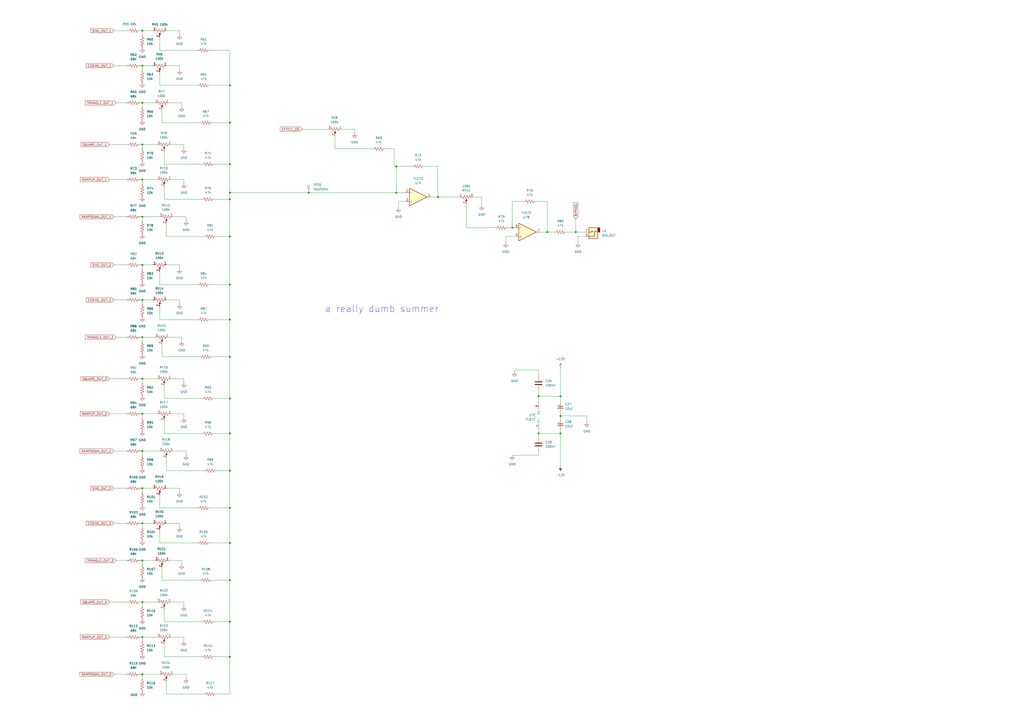
<source format=kicad_sch>
(kicad_sch (version 20250114) (generator "eeschema") (generator_version "9.0")
  (paper "A2")
  (title_block (date "2025-02-15") (rev "1.0.0"))
  (text "a really dumb summer" (at 221.488 179.324 0) (effects (font (size 3.81 3.81))))
  (junction (at 133.35 115.57))
  (junction (at 82.55 38.1))
  (junction (at 133.35 273.05))
  (junction (at 229.87 96.52))
  (junction (at 82.55 325.12))
  (junction (at 133.35 185.42))
  (junction (at 133.35 336.55))
  (junction (at 133.35 360.68))
  (junction (at 325.12 241.3))
  (junction (at 229.87 111.76))
  (junction (at 82.55 59.69))
  (junction (at 82.55 303.53))
  (junction (at 133.35 137.16))
  (junction (at 133.35 251.46))
  (junction (at 133.35 231.14))
  (junction (at 179.07 111.76))
  (junction (at 133.35 207.01))
  (junction (at 334.01 134.62))
  (junction (at 312.42 229.87))
  (junction (at 297.18 132.08))
  (junction (at 82.55 261.62))
  (junction (at 82.55 153.67))
  (junction (at 312.42 251.46))
  (junction (at 82.55 349.25))
  (junction (at 82.55 391.16))
  (junction (at 317.5 134.62))
  (junction (at 133.35 314.96))
  (junction (at 325.12 251.46))
  (junction (at 82.55 17.78))
  (junction (at 82.55 369.57))
  (junction (at 82.55 219.71))
  (junction (at 325.12 229.87))
  (junction (at 133.35 294.64))
  (junction (at 82.55 125.73))
  (junction (at 133.35 111.76))
  (junction (at 133.35 71.12))
  (junction (at 82.55 83.82))
  (junction (at 82.55 240.03))
  (junction (at 133.35 95.25))
  (junction (at 254 114.3))
  (junction (at 82.55 283.21))
  (junction (at 133.35 381))
  (junction (at 82.55 104.14))
  (junction (at 133.35 49.53))
  (junction (at 133.35 165.1))
  (junction (at 82.55 173.99))
  (junction (at 82.55 195.58))
  (wire (pts (xy 95.25 87.63) (xy 95.25 95.25)))
  (wire (pts (xy 106.68 83.82) (xy 106.68 86.36)))
  (wire (pts (xy 95.25 251.46) (xy 116.84 251.46)))
  (wire (pts (xy 93.98 71.12) (xy 115.57 71.12)))
  (wire (pts (xy 125.73 273.05) (xy 133.35 273.05)))
  (wire (pts (xy 312.42 251.46) (xy 325.12 251.46)))
  (wire (pts (xy 92.71 157.48) (xy 92.71 165.1)))
  (wire (pts (xy 97.79 195.58) (xy 105.41 195.58)))
  (wire (pts (xy 95.25 223.52) (xy 95.25 231.14)))
  (wire (pts (xy 97.79 325.12) (xy 105.41 325.12)))
  (wire (pts (xy 107.95 261.62) (xy 107.95 264.16)))
  (wire (pts (xy 312.42 248.92) (xy 312.42 251.46)))
  (wire (pts (xy 205.74 74.93) (xy 205.74 77.47)))
  (wire (pts (xy 82.55 369.57) (xy 91.44 369.57)))
  (wire (pts (xy 312.42 226.06) (xy 312.42 229.87)))
  (wire (pts (xy 81.28 104.14) (xy 82.55 104.14)))
  (wire (pts (xy 81.28 391.16) (xy 82.55 391.16)))
  (wire (pts (xy 133.35 381) (xy 133.35 402.59)))
  (wire (pts (xy 325.12 213.36) (xy 325.12 229.87)))
  (wire (pts (xy 104.14 303.53) (xy 104.14 306.07)))
  (wire (pts (xy 270.51 132.08) (xy 287.02 132.08)))
  (wire (pts (xy 82.55 349.25) (xy 82.55 351.79)))
  (wire (pts (xy 99.06 104.14) (xy 106.68 104.14)))
  (wire (pts (xy 82.55 125.73) (xy 82.55 128.27)))
  (wire (pts (xy 63.5 104.14) (xy 73.66 104.14)))
  (wire (pts (xy 123.19 336.55) (xy 133.35 336.55)))
  (wire (pts (xy 82.55 195.58) (xy 82.55 198.12)))
  (wire (pts (xy 82.55 153.67) (xy 88.9 153.67)))
  (wire (pts (xy 334.01 134.62) (xy 339.09 134.62)))
  (wire (pts (xy 82.55 261.62) (xy 82.55 264.16)))
  (wire (pts (xy 96.52 173.99) (xy 104.14 173.99)))
  (wire (pts (xy 82.55 59.69) (xy 90.17 59.69)))
  (wire (pts (xy 82.55 303.53) (xy 88.9 303.53)))
  (wire (pts (xy 92.71 49.53) (xy 114.3 49.53)))
  (wire (pts (xy 66.04 17.78) (xy 73.66 17.78)))
  (wire (pts (xy 270.51 118.11) (xy 270.51 132.08)))
  (wire (pts (xy 99.06 219.71) (xy 106.68 219.71)))
  (wire (pts (xy 82.55 104.14) (xy 91.44 104.14)))
  (wire (pts (xy 133.35 294.64) (xy 133.35 314.96)))
  (wire (pts (xy 124.46 360.68) (xy 133.35 360.68)))
  (wire (pts (xy 104.14 173.99) (xy 104.14 176.53)))
  (wire (pts (xy 133.35 29.21) (xy 133.35 49.53)))
  (wire (pts (xy 67.31 325.12) (xy 73.66 325.12)))
  (wire (pts (xy 133.35 336.55) (xy 133.35 360.68)))
  (wire (pts (xy 123.19 71.12) (xy 133.35 71.12)))
  (wire (pts (xy 325.12 233.68) (xy 325.12 229.87)))
  (wire (pts (xy 82.55 240.03) (xy 91.44 240.03)))
  (wire (pts (xy 95.25 373.38) (xy 95.25 381)))
  (wire (pts (xy 121.92 49.53) (xy 133.35 49.53)))
  (wire (pts (xy 82.55 156.21) (xy 82.55 153.67)))
  (wire (pts (xy 82.55 285.75) (xy 82.55 283.21)))
  (wire (pts (xy 325.12 241.3) (xy 340.36 241.3)))
  (wire (pts (xy 104.14 283.21) (xy 104.14 285.75)))
  (wire (pts (xy 96.52 394.97) (xy 96.52 402.59)))
  (wire (pts (xy 66.04 173.99) (xy 73.66 173.99)))
  (wire (pts (xy 133.35 360.68) (xy 133.35 381)))
  (wire (pts (xy 133.35 49.53) (xy 133.35 71.12)))
  (wire (pts (xy 229.87 111.76) (xy 229.87 96.52)))
  (wire (pts (xy 100.33 391.16) (xy 107.95 391.16)))
  (wire (pts (xy 95.25 243.84) (xy 95.25 251.46)))
  (wire (pts (xy 82.55 240.03) (xy 82.55 242.57)))
  (wire (pts (xy 194.31 78.74) (xy 194.31 86.36)))
  (wire (pts (xy 334.01 127) (xy 334.01 134.62)))
  (wire (pts (xy 121.92 29.21) (xy 133.35 29.21)))
  (wire (pts (xy 100.33 125.73) (xy 107.95 125.73)))
  (wire (pts (xy 82.55 83.82) (xy 82.55 86.36)))
  (wire (pts (xy 104.14 153.67) (xy 104.14 156.21)))
  (wire (pts (xy 175.26 74.93) (xy 190.5 74.93)))
  (wire (pts (xy 96.52 17.78) (xy 104.14 17.78)))
  (wire (pts (xy 133.35 111.76) (xy 133.35 95.25)))
  (wire (pts (xy 81.28 303.53) (xy 82.55 303.53)))
  (wire (pts (xy 254 96.52) (xy 254 114.3)))
  (wire (pts (xy 63.5 219.71) (xy 73.66 219.71)))
  (wire (pts (xy 95.25 231.14) (xy 116.84 231.14)))
  (wire (pts (xy 133.35 231.14) (xy 133.35 251.46)))
  (wire (pts (xy 133.35 314.96) (xy 133.35 336.55)))
  (wire (pts (xy 297.18 116.84) (xy 303.53 116.84)))
  (wire (pts (xy 266.7 114.3) (xy 254 114.3)))
  (wire (pts (xy 124.46 115.57) (xy 133.35 115.57)))
  (wire (pts (xy 82.55 104.14) (xy 82.55 106.68)))
  (wire (pts (xy 325.12 251.46) (xy 325.12 270.51)))
  (wire (pts (xy 124.46 381) (xy 133.35 381)))
  (wire (pts (xy 97.79 59.69) (xy 105.41 59.69)))
  (wire (pts (xy 121.92 294.64) (xy 133.35 294.64)))
  (wire (pts (xy 82.55 219.71) (xy 82.55 222.25)))
  (wire (pts (xy 96.52 273.05) (xy 118.11 273.05)))
  (wire (pts (xy 82.55 325.12) (xy 90.17 325.12)))
  (wire (pts (xy 179.07 111.76) (xy 229.87 111.76)))
  (wire (pts (xy 297.18 264.16) (xy 312.42 264.16)))
  (wire (pts (xy 106.68 369.57) (xy 106.68 372.11)))
  (wire (pts (xy 66.04 283.21) (xy 73.66 283.21)))
  (wire (pts (xy 66.04 303.53) (xy 73.66 303.53)))
  (wire (pts (xy 198.12 74.93) (xy 205.74 74.93)))
  (wire (pts (xy 133.35 115.57) (xy 133.35 111.76)))
  (wire (pts (xy 66.04 38.1) (xy 73.66 38.1)))
  (wire (pts (xy 93.98 207.01) (xy 115.57 207.01)))
  (wire (pts (xy 124.46 251.46) (xy 133.35 251.46)))
  (wire (pts (xy 96.52 303.53) (xy 104.14 303.53)))
  (wire (pts (xy 92.71 165.1) (xy 114.3 165.1)))
  (wire (pts (xy 82.55 173.99) (xy 82.55 176.53)))
  (wire (pts (xy 63.5 240.03) (xy 73.66 240.03)))
  (wire (pts (xy 106.68 349.25) (xy 106.68 351.79)))
  (wire (pts (xy 81.28 349.25) (xy 82.55 349.25)))
  (wire (pts (xy 124.46 95.25) (xy 133.35 95.25)))
  (wire (pts (xy 95.25 115.57) (xy 116.84 115.57)))
  (wire (pts (xy 96.52 402.59) (xy 118.11 402.59)))
  (wire (pts (xy 312.42 229.87) (xy 325.12 229.87)))
  (wire (pts (xy 82.55 303.53) (xy 82.55 306.07)))
  (wire (pts (xy 279.4 114.3) (xy 274.32 114.3)))
  (wire (pts (xy 82.55 391.16) (xy 92.71 391.16)))
  (wire (pts (xy 95.25 95.25) (xy 116.84 95.25)))
  (wire (pts (xy 229.87 96.52) (xy 238.76 96.52)))
  (wire (pts (xy 96.52 265.43) (xy 96.52 273.05)))
  (wire (pts (xy 67.31 195.58) (xy 73.66 195.58)))
  (wire (pts (xy 92.71 185.42) (xy 114.3 185.42)))
  (wire (pts (xy 325.12 238.76) (xy 325.12 241.3)))
  (wire (pts (xy 93.98 336.55) (xy 115.57 336.55)))
  (wire (pts (xy 293.37 137.16) (xy 298.45 137.16)))
  (wire (pts (xy 133.35 207.01) (xy 133.35 231.14)))
  (wire (pts (xy 82.55 219.71) (xy 91.44 219.71)))
  (wire (pts (xy 81.28 283.21) (xy 82.55 283.21)))
  (wire (pts (xy 107.95 125.73) (xy 107.95 128.27)))
  (wire (pts (xy 254 114.3) (xy 250.19 114.3)))
  (wire (pts (xy 82.55 173.99) (xy 88.9 173.99)))
  (wire (pts (xy 81.28 195.58) (xy 82.55 195.58)))
  (wire (pts (xy 106.68 104.14) (xy 106.68 106.68)))
  (wire (pts (xy 63.5 83.82) (xy 73.66 83.82)))
  (wire (pts (xy 99.06 369.57) (xy 106.68 369.57)))
  (wire (pts (xy 121.92 165.1) (xy 133.35 165.1)))
  (wire (pts (xy 82.55 38.1) (xy 82.55 40.64)))
  (wire (pts (xy 104.14 38.1) (xy 104.14 40.64)))
  (wire (pts (xy 133.35 165.1) (xy 133.35 185.42)))
  (wire (pts (xy 106.68 219.71) (xy 106.68 222.25)))
  (wire (pts (xy 317.5 134.62) (xy 321.31 134.62)))
  (wire (pts (xy 81.28 83.82) (xy 82.55 83.82)))
  (wire (pts (xy 133.35 185.42) (xy 133.35 207.01)))
  (wire (pts (xy 96.52 283.21) (xy 104.14 283.21)))
  (wire (pts (xy 317.5 116.84) (xy 317.5 134.62)))
  (wire (pts (xy 81.28 240.03) (xy 82.55 240.03)))
  (wire (pts (xy 82.55 349.25) (xy 91.44 349.25)))
  (wire (pts (xy 92.71 177.8) (xy 92.71 185.42)))
  (wire (pts (xy 92.71 314.96) (xy 114.3 314.96)))
  (wire (pts (xy 82.55 83.82) (xy 91.44 83.82)))
  (wire (pts (xy 92.71 307.34) (xy 92.71 314.96)))
  (wire (pts (xy 105.41 195.58) (xy 105.41 198.12)))
  (wire (pts (xy 293.37 140.97) (xy 293.37 137.16)))
  (wire (pts (xy 298.45 214.63) (xy 298.45 215.9)))
  (wire (pts (xy 228.6 96.52) (xy 229.87 96.52)))
  (wire (pts (xy 100.33 261.62) (xy 107.95 261.62)))
  (wire (pts (xy 81.28 153.67) (xy 82.55 153.67)))
  (wire (pts (xy 228.6 86.36) (xy 228.6 96.52)))
  (wire (pts (xy 81.28 369.57) (xy 82.55 369.57)))
  (wire (pts (xy 99.06 240.03) (xy 106.68 240.03)))
  (wire (pts (xy 81.28 59.69) (xy 82.55 59.69)))
  (wire (pts (xy 81.28 17.78) (xy 82.55 17.78)))
  (wire (pts (xy 96.52 137.16) (xy 118.11 137.16)))
  (wire (pts (xy 125.73 402.59) (xy 133.35 402.59)))
  (wire (pts (xy 82.55 369.57) (xy 82.55 372.11)))
  (wire (pts (xy 297.18 132.08) (xy 298.45 132.08)))
  (wire (pts (xy 133.35 273.05) (xy 133.35 294.64)))
  (wire (pts (xy 99.06 83.82) (xy 106.68 83.82)))
  (wire (pts (xy 96.52 129.54) (xy 96.52 137.16)))
  (wire (pts (xy 105.41 59.69) (xy 105.41 62.23)))
  (wire (pts (xy 95.25 107.95) (xy 95.25 115.57)))
  (wire (pts (xy 133.35 115.57) (xy 133.35 137.16)))
  (wire (pts (xy 279.4 119.38) (xy 279.4 114.3)))
  (wire (pts (xy 96.52 153.67) (xy 104.14 153.67)))
  (wire (pts (xy 96.52 38.1) (xy 104.14 38.1)))
  (wire (pts (xy 82.55 195.58) (xy 90.17 195.58)))
  (wire (pts (xy 81.28 219.71) (xy 82.55 219.71)))
  (wire (pts (xy 92.71 287.02) (xy 92.71 294.64)))
  (wire (pts (xy 325.12 248.92) (xy 325.12 251.46)))
  (wire (pts (xy 106.68 240.03) (xy 106.68 242.57)))
  (wire (pts (xy 328.93 134.62) (xy 334.01 134.62)))
  (wire (pts (xy 294.64 132.08) (xy 297.18 132.08)))
  (wire (pts (xy 121.92 314.96) (xy 133.35 314.96)))
  (wire (pts (xy 95.25 353.06) (xy 95.25 360.68)))
  (wire (pts (xy 81.28 261.62) (xy 82.55 261.62)))
  (wire (pts (xy 99.06 349.25) (xy 106.68 349.25)))
  (wire (pts (xy 82.55 59.69) (xy 82.55 62.23)))
  (wire (pts (xy 297.18 132.08) (xy 297.18 116.84)))
  (wire (pts (xy 93.98 199.39) (xy 93.98 207.01)))
  (wire (pts (xy 312.42 251.46) (xy 312.42 254)))
  (wire (pts (xy 95.25 381) (xy 116.84 381)))
  (wire (pts (xy 81.28 125.73) (xy 82.55 125.73)))
  (wire (pts (xy 123.19 207.01) (xy 133.35 207.01)))
  (wire (pts (xy 93.98 328.93) (xy 93.98 336.55)))
  (wire (pts (xy 312.42 229.87) (xy 312.42 233.68)))
  (wire (pts (xy 66.04 261.62) (xy 73.66 261.62)))
  (wire (pts (xy 81.28 325.12) (xy 82.55 325.12)))
  (wire (pts (xy 67.31 59.69) (xy 73.66 59.69)))
  (wire (pts (xy 325.12 241.3) (xy 325.12 243.84)))
  (wire (pts (xy 81.28 38.1) (xy 82.55 38.1)))
  (wire (pts (xy 311.15 116.84) (xy 317.5 116.84)))
  (wire (pts (xy 107.95 391.16) (xy 107.95 393.7)))
  (wire (pts (xy 194.31 86.36) (xy 215.9 86.36)))
  (wire (pts (xy 133.35 71.12) (xy 133.35 95.25)))
  (wire (pts (xy 92.71 294.64) (xy 114.3 294.64)))
  (wire (pts (xy 124.46 231.14) (xy 133.35 231.14)))
  (wire (pts (xy 229.87 111.76) (xy 234.95 111.76)))
  (wire (pts (xy 335.28 137.16) (xy 339.09 137.16)))
  (wire (pts (xy 92.71 29.21) (xy 114.3 29.21)))
  (wire (pts (xy 66.04 153.67) (xy 73.66 153.67)))
  (wire (pts (xy 92.71 21.59) (xy 92.71 29.21)))
  (wire (pts (xy 82.55 38.1) (xy 88.9 38.1)))
  (wire (pts (xy 95.25 360.68) (xy 116.84 360.68)))
  (wire (pts (xy 63.5 369.57) (xy 73.66 369.57)))
  (wire (pts (xy 93.98 63.5) (xy 93.98 71.12)))
  (wire (pts (xy 66.04 125.73) (xy 73.66 125.73)))
  (wire (pts (xy 133.35 137.16) (xy 133.35 165.1)))
  (wire (pts (xy 82.55 20.32) (xy 82.55 17.78)))
  (wire (pts (xy 335.28 140.97) (xy 335.28 137.16)))
  (wire (pts (xy 246.38 96.52) (xy 254 96.52)))
  (wire (pts (xy 63.5 349.25) (xy 73.66 349.25)))
  (wire (pts (xy 82.55 125.73) (xy 92.71 125.73)))
  (wire (pts (xy 312.42 218.44) (xy 312.42 214.63)))
  (wire (pts (xy 223.52 86.36) (xy 228.6 86.36)))
  (wire (pts (xy 81.28 173.99) (xy 82.55 173.99)))
  (wire (pts (xy 312.42 264.16) (xy 312.42 261.62)))
  (wire (pts (xy 104.14 17.78) (xy 104.14 20.32)))
  (wire (pts (xy 82.55 283.21) (xy 88.9 283.21)))
  (wire (pts (xy 125.73 137.16) (xy 133.35 137.16)))
  (wire (pts (xy 340.36 241.3) (xy 340.36 245.11)))
  (wire (pts (xy 82.55 391.16) (xy 82.55 393.7)))
  (wire (pts (xy 121.92 185.42) (xy 133.35 185.42)))
  (wire (pts (xy 82.55 325.12) (xy 82.55 327.66)))
  (wire (pts (xy 317.5 134.62) (xy 313.69 134.62)))
  (wire (pts (xy 92.71 41.91) (xy 92.71 49.53)))
  (wire (pts (xy 231.14 116.84) (xy 234.95 116.84)))
  (wire (pts (xy 82.55 17.78) (xy 88.9 17.78)))
  (wire (pts (xy 312.42 214.63) (xy 298.45 214.63)))
  (wire (pts (xy 105.41 325.12) (xy 105.41 327.66)))
  (wire (pts (xy 133.35 251.46) (xy 133.35 273.05)))
  (wire (pts (xy 133.35 111.76) (xy 179.07 111.76)))
  (wire (pts (xy 82.55 261.62) (xy 92.71 261.62)))
  (wire (pts (xy 231.14 120.65) (xy 231.14 116.84)))
  (wire (pts (xy 66.04 391.16) (xy 73.66 391.16)))
  (global_label "TRIANGLE_OUT_1" (shape input) (at 67.31 59.69 180) (property "Intersheetrefs" "${INTERSHEET_REFS}" (effects (hide yes))))
  (global_label "TRIANGLE_OUT_3" (shape input) (at 67.31 325.12 180) (property "Intersheetrefs" "${INTERSHEET_REFS}" (effects (hide yes))))
  (global_label "COSINE_OUT_3" (shape input) (at 66.04 303.53 180) (property "Intersheetrefs" "${INTERSHEET_REFS}" (effects (hide yes))))
  (global_label "SQUARE_OUT_2" (shape input) (at 63.5 219.71 180) (property "Intersheetrefs" "${INTERSHEET_REFS}" (effects (hide yes))))
  (global_label "RAMPUP_OUT_1" (shape input) (at 63.5 104.14 180) (property "Intersheetrefs" "${INTERSHEET_REFS}" (effects (hide yes))))
  (global_label "RAMPDOWN_OUT_1" (shape input) (at 66.04 125.73 180) (property "Intersheetrefs" "${INTERSHEET_REFS}" (effects (hide yes))))
  (global_label "EFFECT_ON" (shape input) (at 175.26 74.93 180) (property "Intersheetrefs" "${INTERSHEET_REFS}" (effects (hide yes))))
  (global_label "BYPASS" (shape input) (at 334.01 127 90) (property "Intersheetrefs" "${INTERSHEET_REFS}" (effects (hide yes))))
  (global_label "SINE_OUT_3" (shape input) (at 66.04 283.21 180) (property "Intersheetrefs" "${INTERSHEET_REFS}" (effects (hide yes))))
  (global_label "RAMPDOWN_OUT_3" (shape input) (at 66.04 391.16 180) (property "Intersheetrefs" "${INTERSHEET_REFS}" (effects (hide yes))))
  (global_label "COSINE_OUT_1" (shape input) (at 66.04 38.1 180) (property "Intersheetrefs" "${INTERSHEET_REFS}" (effects (hide yes))))
  (global_label "RAMPUP_OUT_3" (shape input) (at 63.5 369.57 180) (property "Intersheetrefs" "${INTERSHEET_REFS}" (effects (hide yes))))
  (global_label "SQUARE_OUT_3" (shape input) (at 63.5 349.25 180) (property "Intersheetrefs" "${INTERSHEET_REFS}" (effects (hide yes))))
  (global_label "COSINE_OUT_2" (shape input) (at 66.04 173.99 180) (property "Intersheetrefs" "${INTERSHEET_REFS}" (effects (hide yes))))
  (global_label "SQUARE_OUT_1" (shape input) (at 63.5 83.82 180) (property "Intersheetrefs" "${INTERSHEET_REFS}" (effects (hide yes))))
  (global_label "RAMPDOWN_OUT_2" (shape input) (at 66.04 261.62 180) (property "Intersheetrefs" "${INTERSHEET_REFS}" (effects (hide yes))))
  (global_label "SINE_OUT_2" (shape input) (at 66.04 153.67 180) (property "Intersheetrefs" "${INTERSHEET_REFS}" (effects (hide yes))))
  (global_label "TRIANGLE_OUT_2" (shape input) (at 67.31 195.58 180) (property "Intersheetrefs" "${INTERSHEET_REFS}" (effects (hide yes))))
  (global_label "RAMPUP_OUT_2" (shape input) (at 63.5 240.03 180) (property "Intersheetrefs" "${INTERSHEET_REFS}" (effects (hide yes))))
  (global_label "SINE_OUT_1" (shape input) (at 66.04 17.78 180) (property "Intersheetrefs" "${INTERSHEET_REFS}" (effects (hide yes))))
  (symbol (lib_id "Device:R_US") (at 77.47 325.12 90) (unit 1)
    (property "Reference" "R106" (at 77.47 318.77 90))
    (property "Value" "68k" (at 77.47 321.31 90))
    (property "Footprint" "Resistor_THT:R_Axial_DIN0204_L3.6mm_D1.6mm_P5.08mm_Horizontal" (effects (hide yes)))
    (property "Datasheet" "https://www.yageo.com/upload/media/product/app/datasheet/lr/yageo-mfr_datasheet.pdf" (effects (hide yes)))
    (property "Description" "Resistor, US symbol" (effects (hide yes)))
    (property "Link" "https://www.digikey.com/en/products/detail/yageo/MFR50SFTE52-68K/9151668" (effects (hide yes)))
  )
  (symbol (lib_id "power:GND") (at 105.41 327.66 0) (unit 1)
    (property "Reference" "#PWR087" (effects (hide yes)))
    (property "Value" "GND" (at 105.41 332.74 0))
    (property "Description" "Power symbol creates a global label with name \"GND\" , ground" (effects (hide yes)))
  )
  (symbol (lib_id "Device:R_Potentiometer_US") (at 92.71 17.78 270) (unit 1)
    (property "Reference" "RV5" (at 89.916 14.224 90))
    (property "Value" "100k" (at 94.996 14.224 90))
    (property "Footprint" "Connector_PinHeader_2.54mm:PinHeader_1x03_P2.54mm_Vertical" (effects (hide yes)))
    (property "Datasheet" "https://www.mouser.com/datasheet/2/1628/ptn09x-3510641.pdf" (effects (hide yes)))
    (property "Description" "Potentiometer, US symbol" (effects (hide yes)))
    (property "Link" "https://www.mouser.com/ProductDetail/Same-Sky/PTN091-H100115K1A?qs=IKkN%2F947nfDbzulT0vo4PQ%3D%3D" (effects (hide yes)))
  )
  (symbol (lib_id "Device:R_Potentiometer_US") (at 95.25 369.57 270) (unit 1)
    (property "Reference" "RV23" (at 94.996 362.966 90))
    (property "Value" "100k" (at 94.996 365.506 90))
    (property "Footprint" "Connector_PinHeader_2.54mm:PinHeader_1x03_P2.54mm_Vertical" (effects (hide yes)))
    (property "Datasheet" "https://www.mouser.com/datasheet/2/1628/ptn09x-3510641.pdf" (effects (hide yes)))
    (property "Description" "Potentiometer, US symbol" (effects (hide yes)))
    (property "Link" "https://www.mouser.com/ProductDetail/Same-Sky/PTN091-H100115K1A?qs=IKkN%2F947nfDbzulT0vo4PQ%3D%3D" (effects (hide yes)))
  )
  (symbol (lib_id "Device:R_US") (at 82.55 160.02 180) (unit 1)
    (property "Reference" "R83" (at 85.09 158.7499 0) (effects (justify right)))
    (property "Value" "10k" (at 85.09 161.2899 0) (effects (justify right)))
    (property "Footprint" "Resistor_THT:R_Axial_DIN0204_L3.6mm_D1.6mm_P5.08mm_Horizontal" (effects (hide yes)))
    (property "Datasheet" "https://www.seielect.com/catalog/sei-cf_cfm.pdf" (effects (hide yes)))
    (property "Description" "Resistor, US symbol" (effects (hide yes)))
    (property "Link" "https://www.digikey.com/en/products/detail/stackpole-electronics-inc/CF12JT10K0/1741024" (effects (hide yes)))
  )
  (symbol (lib_id "power:GND") (at 82.55 271.78 0) (unit 1)
    (property "Reference" "#PWR082" (effects (hide yes)))
    (property "Value" "GND" (at 82.55 276.86 0))
    (property "Description" "Power symbol creates a global label with name \"GND\" , ground" (effects (hide yes)))
  )
  (symbol (lib_id "Device:R_US") (at 82.55 397.51 180) (unit 1)
    (property "Reference" "R116" (at 85.09 396.2399 0) (effects (justify right)))
    (property "Value" "10k" (at 85.09 398.7799 0) (effects (justify right)))
    (property "Footprint" "Resistor_THT:R_Axial_DIN0204_L3.6mm_D1.6mm_P5.08mm_Horizontal" (effects (hide yes)))
    (property "Datasheet" "https://www.seielect.com/catalog/sei-cf_cfm.pdf" (effects (hide yes)))
    (property "Description" "Resistor, US symbol" (effects (hide yes)))
    (property "Link" "https://www.digikey.com/en/products/detail/stackpole-electronics-inc/CF12JT10K0/1741024" (effects (hide yes)))
  )
  (symbol (lib_id "power:GND") (at 82.55 335.28 0) (unit 1)
    (property "Reference" "#PWR088" (effects (hide yes)))
    (property "Value" "GND" (at 82.55 340.36 0))
    (property "Description" "Power symbol creates a global label with name \"GND\" , ground" (effects (hide yes)))
  )
  (symbol (lib_id "Device:R_US") (at 77.47 391.16 90) (unit 1)
    (property "Reference" "R115" (at 77.47 384.81 90))
    (property "Value" "68k" (at 77.47 387.35 90))
    (property "Footprint" "Resistor_THT:R_Axial_DIN0204_L3.6mm_D1.6mm_P5.08mm_Horizontal" (effects (hide yes)))
    (property "Datasheet" "https://www.yageo.com/upload/media/product/app/datasheet/lr/yageo-mfr_datasheet.pdf" (effects (hide yes)))
    (property "Description" "Resistor, US symbol" (effects (hide yes)))
    (property "Link" "https://www.digikey.com/en/products/detail/yageo/MFR50SFTE52-68K/9151668" (effects (hide yes)))
  )
  (symbol (lib_id "Device:R_US") (at 77.47 83.82 90) (unit 1)
    (property "Reference" "R68" (at 77.47 77.47 90))
    (property "Value" "68k" (at 77.47 80.01 90))
    (property "Footprint" "Resistor_THT:R_Axial_DIN0204_L3.6mm_D1.6mm_P5.08mm_Horizontal" (effects (hide yes)))
    (property "Datasheet" "https://www.yageo.com/upload/media/product/app/datasheet/lr/yageo-mfr_datasheet.pdf" (effects (hide yes)))
    (property "Description" "Resistor, US symbol" (effects (hide yes)))
    (property "Link" "https://www.digikey.com/en/products/detail/yageo/MFR50SFTE52-68K/9151668" (effects (hide yes)))
  )
  (symbol (lib_id "Device:R_Potentiometer_US") (at 92.71 173.99 270) (unit 1)
    (property "Reference" "RV14" (at 92.456 167.386 90))
    (property "Value" "100k" (at 92.456 169.926 90))
    (property "Footprint" "Connector_PinHeader_2.54mm:PinHeader_1x03_P2.54mm_Vertical" (effects (hide yes)))
    (property "Datasheet" "https://www.mouser.com/datasheet/2/1628/ptn09x-3510641.pdf" (effects (hide yes)))
    (property "Description" "Potentiometer, US symbol" (effects (hide yes)))
    (property "Link" "https://www.mouser.com/ProductDetail/Same-Sky/PTN091-H100115K1A?qs=IKkN%2F947nfDbzulT0vo4PQ%3D%3D" (effects (hide yes)))
  )
  (symbol (lib_id "Device:R_US") (at 118.11 294.64 90) (unit 1)
    (property "Reference" "R102" (at 118.11 288.29 90))
    (property "Value" "47k" (at 118.11 290.83 90))
    (property "Footprint" "Resistor_THT:R_Axial_DIN0204_L3.6mm_D1.6mm_P5.08mm_Horizontal" (effects (hide yes)))
    (property "Datasheet" "https://www.seielect.com/catalog/sei-cf_cfm.pdf" (effects (hide yes)))
    (property "Description" "Resistor, US symbol" (effects (hide yes)))
    (property "Link" "https://www.digikey.com/en/products/detail/stackpole-electronics-inc/CF12JT47K0/1741165" (effects (hide yes)))
  )
  (symbol (lib_id "Device:R_US") (at 82.55 24.13 180) (unit 1)
    (property "Reference" "R60" (at 85.09 22.8599 0) (effects (justify right)))
    (property "Value" "10k" (at 85.09 25.3999 0) (effects (justify right)))
    (property "Footprint" "Resistor_THT:R_Axial_DIN0204_L3.6mm_D1.6mm_P5.08mm_Horizontal" (effects (hide yes)))
    (property "Datasheet" "https://www.seielect.com/catalog/sei-cf_cfm.pdf" (effects (hide yes)))
    (property "Description" "Resistor, US symbol" (effects (hide yes)))
    (property "Link" "https://www.digikey.com/en/products/detail/stackpole-electronics-inc/CF12JT10K0/1741024" (effects (hide yes)))
  )
  (symbol (lib_id "power:GND") (at 82.55 114.3 0) (unit 1)
    (property "Reference" "#PWR059" (effects (hide yes)))
    (property "Value" "GND" (at 82.55 119.38 0))
    (property "Description" "Power symbol creates a global label with name \"GND\" , ground" (effects (hide yes)))
  )
  (symbol (lib_id "power:GND") (at 107.95 393.7 0) (unit 1)
    (property "Reference" "#PWR093" (effects (hide yes)))
    (property "Value" "GND" (at 107.95 398.78 0))
    (property "Description" "Power symbol creates a global label with name \"GND\" , ground" (effects (hide yes)))
  )
  (symbol (lib_id "Device:R_US") (at 77.47 173.99 90) (unit 1)
    (property "Reference" "R85" (at 77.47 167.64 90))
    (property "Value" "68k" (at 77.47 170.18 90))
    (property "Footprint" "Resistor_THT:R_Axial_DIN0204_L3.6mm_D1.6mm_P5.08mm_Horizontal" (effects (hide yes)))
    (property "Datasheet" "https://www.yageo.com/upload/media/product/app/datasheet/lr/yageo-mfr_datasheet.pdf" (effects (hide yes)))
    (property "Description" "Resistor, US symbol" (effects (hide yes)))
    (property "Link" "https://www.digikey.com/en/products/detail/yageo/MFR50SFTE52-68K/9151668" (effects (hide yes)))
  )
  (symbol (lib_id "Device:R_Potentiometer_US") (at 93.98 195.58 270) (unit 1)
    (property "Reference" "RV15" (at 93.726 188.976 90))
    (property "Value" "100k" (at 93.726 191.516 90))
    (property "Footprint" "Connector_PinHeader_2.54mm:PinHeader_1x03_P2.54mm_Vertical" (effects (hide yes)))
    (property "Datasheet" "https://www.mouser.com/datasheet/2/1628/ptn09x-3510641.pdf" (effects (hide yes)))
    (property "Description" "Potentiometer, US symbol" (effects (hide yes)))
    (property "Link" "https://www.mouser.com/ProductDetail/Same-Sky/PTN091-H100115K1A?qs=IKkN%2F947nfDbzulT0vo4PQ%3D%3D" (effects (hide yes)))
  )
  (symbol (lib_id "Device:R_Potentiometer_US") (at 95.25 219.71 270) (unit 1)
    (property "Reference" "RV16" (at 94.996 213.106 90))
    (property "Value" "100k" (at 94.996 215.646 90))
    (property "Footprint" "Connector_PinHeader_2.54mm:PinHeader_1x03_P2.54mm_Vertical" (effects (hide yes)))
    (property "Datasheet" "https://www.mouser.com/datasheet/2/1628/ptn09x-3510641.pdf" (effects (hide yes)))
    (property "Description" "Potentiometer, US symbol" (effects (hide yes)))
    (property "Link" "https://www.mouser.com/ProductDetail/Same-Sky/PTN091-H100115K1A?qs=IKkN%2F947nfDbzulT0vo4PQ%3D%3D" (effects (hide yes)))
  )
  (symbol (lib_id "power:GND") (at 104.14 285.75 0) (unit 1)
    (property "Reference" "#PWR083" (effects (hide yes)))
    (property "Value" "GND" (at 104.14 290.83 0))
    (property "Description" "Power symbol creates a global label with name \"GND\" , ground" (effects (hide yes)))
  )
  (symbol (lib_id "power:GND") (at 106.68 351.79 0) (unit 1)
    (property "Reference" "#PWR089" (effects (hide yes)))
    (property "Value" "GND" (at 106.68 356.87 0))
    (property "Description" "Power symbol creates a global label with name \"GND\" , ground" (effects (hide yes)))
  )
  (symbol (lib_id "Device:R_US") (at 307.34 116.84 90) (unit 1)
    (property "Reference" "R76" (at 307.34 110.49 90))
    (property "Value" "47k" (at 307.34 113.03 90))
    (property "Footprint" "Resistor_THT:R_Axial_DIN0204_L3.6mm_D1.6mm_P5.08mm_Horizontal" (effects (hide yes)))
    (property "Datasheet" "https://www.seielect.com/catalog/sei-cf_cfm.pdf" (effects (hide yes)))
    (property "Description" "Resistor, US symbol" (effects (hide yes)))
    (property "Link" "https://www.digikey.com/en/products/detail/stackpole-electronics-inc/CF12JT47K0/1741165" (effects (hide yes)))
  )
  (symbol (lib_id "power:GND") (at 107.95 128.27 0) (unit 1)
    (property "Reference" "#PWR062" (effects (hide yes)))
    (property "Value" "GND" (at 107.95 133.35 0))
    (property "Description" "Power symbol creates a global label with name \"GND\" , ground" (effects (hide yes)))
  )
  (symbol (lib_id "Device:R_Potentiometer_US") (at 92.71 283.21 270) (unit 1)
    (property "Reference" "RV19" (at 92.456 276.606 90))
    (property "Value" "100k" (at 92.456 279.146 90))
    (property "Footprint" "Connector_PinHeader_2.54mm:PinHeader_1x03_P2.54mm_Vertical" (effects (hide yes)))
    (property "Datasheet" "https://www.mouser.com/datasheet/2/1628/ptn09x-3510641.pdf" (effects (hide yes)))
    (property "Description" "Potentiometer, US symbol" (effects (hide yes)))
    (property "Link" "https://www.mouser.com/ProductDetail/Same-Sky/PTN091-H100115K1A?qs=IKkN%2F947nfDbzulT0vo4PQ%3D%3D" (effects (hide yes)))
  )
  (symbol (lib_id "power:GND") (at 205.74 77.47 0) (unit 1)
    (property "Reference" "#PWR055" (effects (hide yes)))
    (property "Value" "GND" (at 205.74 82.55 0))
    (property "Description" "Power symbol creates a global label with name \"GND\" , ground" (effects (hide yes)))
  )
  (symbol (lib_id "power:GND") (at 82.55 69.85 0) (unit 1)
    (property "Reference" "#PWR054" (effects (hide yes)))
    (property "Value" "GND" (at 82.55 74.93 0))
    (property "Description" "Power symbol creates a global label with name \"GND\" , ground" (effects (hide yes)))
  )
  (symbol (lib_id "power:GND") (at 82.55 250.19 0) (unit 1)
    (property "Reference" "#PWR078" (effects (hide yes)))
    (property "Value" "GND" (at 82.55 255.27 0))
    (property "Description" "Power symbol creates a global label with name \"GND\" , ground" (effects (hide yes)))
  )
  (symbol (lib_id "power:GND") (at 335.28 140.97 0) (unit 1)
    (property "Reference" "#PWR065" (effects (hide yes)))
    (property "Value" "GND" (at 335.28 146.05 0))
    (property "Description" "Power symbol creates a global label with name \"GND\" , ground" (effects (hide yes)))
  )
  (symbol (lib_id "Device:R_US") (at 82.55 246.38 180) (unit 1)
    (property "Reference" "R95" (at 85.09 245.1099 0) (effects (justify right)))
    (property "Value" "10k" (at 85.09 247.6499 0) (effects (justify right)))
    (property "Footprint" "Resistor_THT:R_Axial_DIN0204_L3.6mm_D1.6mm_P5.08mm_Horizontal" (effects (hide yes)))
    (property "Datasheet" "https://www.seielect.com/catalog/sei-cf_cfm.pdf" (effects (hide yes)))
    (property "Description" "Resistor, US symbol" (effects (hide yes)))
    (property "Link" "https://www.digikey.com/en/products/detail/stackpole-electronics-inc/CF12JT10K0/1741024" (effects (hide yes)))
  )
  (symbol (lib_id "Connector:TestPoint") (at 179.07 111.76 0) (unit 1)
    (property "Reference" "TP25" (at 181.61 107.1879 0) (effects (justify left)))
    (property "Value" "TestPoint" (at 181.61 109.7279 0) (effects (justify left)))
    (property "Description" "test point" (effects (hide yes)))
  )
  (symbol (lib_id "Device:R_Potentiometer_US") (at 96.52 261.62 270) (unit 1)
    (property "Reference" "RV18" (at 96.266 255.016 90))
    (property "Value" "100k" (at 96.266 257.556 90))
    (property "Footprint" "Connector_PinHeader_2.54mm:PinHeader_1x03_P2.54mm_Vertical" (effects (hide yes)))
    (property "Datasheet" "https://www.mouser.com/datasheet/2/1628/ptn09x-3510641.pdf" (effects (hide yes)))
    (property "Description" "Potentiometer, US symbol" (effects (hide yes)))
    (property "Link" "https://www.mouser.com/ProductDetail/Same-Sky/PTN091-H100115K1A?qs=IKkN%2F947nfDbzulT0vo4PQ%3D%3D" (effects (hide yes)))
  )
  (symbol (lib_id "Device:R_US") (at 82.55 132.08 180) (unit 1)
    (property "Reference" "R78" (at 85.09 130.8099 0) (effects (justify right)))
    (property "Value" "10k" (at 85.09 133.3499 0) (effects (justify right)))
    (property "Footprint" "Resistor_THT:R_Axial_DIN0204_L3.6mm_D1.6mm_P5.08mm_Horizontal" (effects (hide yes)))
    (property "Datasheet" "https://www.seielect.com/catalog/sei-cf_cfm.pdf" (effects (hide yes)))
    (property "Description" "Resistor, US symbol" (effects (hide yes)))
    (property "Link" "https://www.digikey.com/en/products/detail/stackpole-electronics-inc/CF12JT10K0/1741024" (effects (hide yes)))
  )
  (symbol (lib_id "Device:R_US") (at 118.11 314.96 90) (unit 1)
    (property "Reference" "R105" (at 118.11 308.61 90))
    (property "Value" "47k" (at 118.11 311.15 90))
    (property "Footprint" "Resistor_THT:R_Axial_DIN0204_L3.6mm_D1.6mm_P5.08mm_Horizontal" (effects (hide yes)))
    (property "Datasheet" "https://www.seielect.com/catalog/sei-cf_cfm.pdf" (effects (hide yes)))
    (property "Description" "Resistor, US symbol" (effects (hide yes)))
    (property "Link" "https://www.digikey.com/en/products/detail/stackpole-electronics-inc/CF12JT47K0/1741165" (effects (hide yes)))
  )
  (symbol (lib_id "power:GND") (at 82.55 184.15 0) (unit 1)
    (property "Reference" "#PWR069" (effects (hide yes)))
    (property "Value" "GND" (at 82.55 189.23 0))
    (property "Description" "Power symbol creates a global label with name \"GND\" , ground" (effects (hide yes)))
  )
  (symbol (lib_id "Device:R_US") (at 120.65 231.14 90) (unit 1)
    (property "Reference" "R93" (at 120.65 224.79 90))
    (property "Value" "47k" (at 120.65 227.33 90))
    (property "Footprint" "Resistor_THT:R_Axial_DIN0204_L3.6mm_D1.6mm_P5.08mm_Horizontal" (effects (hide yes)))
    (property "Datasheet" "https://www.seielect.com/catalog/sei-cf_cfm.pdf" (effects (hide yes)))
    (property "Description" "Resistor, US symbol" (effects (hide yes)))
    (property "Link" "https://www.digikey.com/en/products/detail/stackpole-electronics-inc/CF12JT47K0/1741165" (effects (hide yes)))
  )
  (symbol (lib_id "Device:R_US") (at 82.55 355.6 180) (unit 1)
    (property "Reference" "R110" (at 85.09 354.3299 0) (effects (justify right)))
    (property "Value" "10k" (at 85.09 356.8699 0) (effects (justify right)))
    (property "Footprint" "Resistor_THT:R_Axial_DIN0204_L3.6mm_D1.6mm_P5.08mm_Horizontal" (effects (hide yes)))
    (property "Datasheet" "https://www.seielect.com/catalog/sei-cf_cfm.pdf" (effects (hide yes)))
    (property "Description" "Resistor, US symbol" (effects (hide yes)))
    (property "Link" "https://www.digikey.com/en/products/detail/stackpole-electronics-inc/CF12JT10K0/1741024" (effects (hide yes)))
  )
  (symbol (lib_id "Device:R_US") (at 118.11 165.1 90) (unit 1)
    (property "Reference" "R84" (at 118.11 158.75 90))
    (property "Value" "47k" (at 118.11 161.29 90))
    (property "Footprint" "Resistor_THT:R_Axial_DIN0204_L3.6mm_D1.6mm_P5.08mm_Horizontal" (effects (hide yes)))
    (property "Datasheet" "https://www.seielect.com/catalog/sei-cf_cfm.pdf" (effects (hide yes)))
    (property "Description" "Resistor, US symbol" (effects (hide yes)))
    (property "Link" "https://www.digikey.com/en/products/detail/stackpole-electronics-inc/CF12JT47K0/1741165" (effects (hide yes)))
  )
  (symbol (lib_id "Device:R_Potentiometer_US") (at 95.25 104.14 270) (unit 1)
    (property "Reference" "RV10" (at 94.996 97.536 90))
    (property "Value" "100k" (at 94.996 100.076 90))
    (property "Footprint" "Connector_PinHeader_2.54mm:PinHeader_1x03_P2.54mm_Vertical" (effects (hide yes)))
    (property "Datasheet" "https://www.mouser.com/datasheet/2/1628/ptn09x-3510641.pdf" (effects (hide yes)))
    (property "Description" "Potentiometer, US symbol" (effects (hide yes)))
    (property "Link" "https://www.mouser.com/ProductDetail/Same-Sky/PTN091-H100115K1A?qs=IKkN%2F947nfDbzulT0vo4PQ%3D%3D" (effects (hide yes)))
  )
  (symbol (lib_id "Device:R_US") (at 77.47 59.69 90) (unit 1)
    (property "Reference" "R65" (at 77.47 53.34 90))
    (property "Value" "68k" (at 77.47 55.88 90))
    (property "Footprint" "Resistor_THT:R_Axial_DIN0204_L3.6mm_D1.6mm_P5.08mm_Horizontal" (effects (hide yes)))
    (property "Datasheet" "https://www.yageo.com/upload/media/product/app/datasheet/lr/yageo-mfr_datasheet.pdf" (effects (hide yes)))
    (property "Description" "Resistor, US symbol" (effects (hide yes)))
    (property "Link" "https://www.digikey.com/en/products/detail/yageo/MFR50SFTE52-68K/9151668" (effects (hide yes)))
  )
  (symbol (lib_id "Device:R_US") (at 82.55 226.06 180) (unit 1)
    (property "Reference" "R92" (at 85.09 224.7899 0) (effects (justify right)))
    (property "Value" "10k" (at 85.09 227.3299 0) (effects (justify right)))
    (property "Footprint" "Resistor_THT:R_Axial_DIN0204_L3.6mm_D1.6mm_P5.08mm_Horizontal" (effects (hide yes)))
    (property "Datasheet" "https://www.seielect.com/catalog/sei-cf_cfm.pdf" (effects (hide yes)))
    (property "Description" "Resistor, US symbol" (effects (hide yes)))
    (property "Link" "https://www.digikey.com/en/products/detail/stackpole-electronics-inc/CF12JT10K0/1741024" (effects (hide yes)))
  )
  (symbol (lib_id "power:GND") (at 279.4 119.38 0) (unit 1)
    (property "Reference" "#PWR060" (effects (hide yes)))
    (property "Value" "GND" (at 279.4 124.46 0))
    (property "Description" "Power symbol creates a global label with name \"GND\" , ground" (effects (hide yes)))
  )
  (symbol (lib_id "power:GND") (at 231.14 120.65 0) (unit 1)
    (property "Reference" "#PWR061" (effects (hide yes)))
    (property "Value" "GND" (at 231.14 125.73 0))
    (property "Description" "Power symbol creates a global label with name \"GND\" , ground" (effects (hide yes)))
  )
  (symbol (lib_id "Device:R_US") (at 82.55 110.49 180) (unit 1)
    (property "Reference" "R74" (at 85.09 109.2199 0) (effects (justify right)))
    (property "Value" "10k" (at 85.09 111.7599 0) (effects (justify right)))
    (property "Footprint" "Resistor_THT:R_Axial_DIN0204_L3.6mm_D1.6mm_P5.08mm_Horizontal" (effects (hide yes)))
    (property "Datasheet" "https://www.seielect.com/catalog/sei-cf_cfm.pdf" (effects (hide yes)))
    (property "Description" "Resistor, US symbol" (effects (hide yes)))
    (property "Link" "https://www.digikey.com/en/products/detail/stackpole-electronics-inc/CF12JT10K0/1741024" (effects (hide yes)))
  )
  (symbol (lib_id "power:GND") (at 82.55 93.98 0) (unit 1)
    (property "Reference" "#PWR057" (effects (hide yes)))
    (property "Value" "GND" (at 82.55 99.06 0))
    (property "Description" "Power symbol creates a global label with name \"GND\" , ground" (effects (hide yes)))
  )
  (symbol (lib_id "power:-12V") (at 325.12 270.51 0) (mirror x) (unit 1)
    (property "Reference" "#PWR081" (effects (hide yes)))
    (property "Value" "-12V" (at 325.12 275.59 0))
    (property "Description" "Power symbol creates a global label with name \"-12V\"" (effects (hide yes)))
  )
  (symbol (lib_id "Device:R_US") (at 77.47 349.25 90) (unit 1)
    (property "Reference" "R109" (at 77.47 342.9 90))
    (property "Value" "68k" (at 77.47 345.44 90))
    (property "Footprint" "Resistor_THT:R_Axial_DIN0204_L3.6mm_D1.6mm_P5.08mm_Horizontal" (effects (hide yes)))
    (property "Datasheet" "https://www.yageo.com/upload/media/product/app/datasheet/lr/yageo-mfr_datasheet.pdf" (effects (hide yes)))
    (property "Description" "Resistor, US symbol" (effects (hide yes)))
    (property "Link" "https://www.digikey.com/en/products/detail/yageo/MFR50SFTE52-68K/9151668" (effects (hide yes)))
  )
  (symbol (lib_id "Device:R_US") (at 82.55 66.04 180) (unit 1)
    (property "Reference" "R66" (at 85.09 64.7699 0) (effects (justify right)))
    (property "Value" "10k" (at 85.09 67.3099 0) (effects (justify right)))
    (property "Footprint" "Resistor_THT:R_Axial_DIN0204_L3.6mm_D1.6mm_P5.08mm_Horizontal" (effects (hide yes)))
    (property "Datasheet" "https://www.seielect.com/catalog/sei-cf_cfm.pdf" (effects (hide yes)))
    (property "Description" "Resistor, US symbol" (effects (hide yes)))
    (property "Link" "https://www.digikey.com/en/products/detail/stackpole-electronics-inc/CF12JT10K0/1741024" (effects (hide yes)))
  )
  (symbol (lib_id "Device:R_US") (at 77.47 195.58 90) (unit 1)
    (property "Reference" "R88" (at 77.47 189.23 90))
    (property "Value" "68k" (at 77.47 191.77 90))
    (property "Footprint" "Resistor_THT:R_Axial_DIN0204_L3.6mm_D1.6mm_P5.08mm_Horizontal" (effects (hide yes)))
    (property "Datasheet" "https://www.yageo.com/upload/media/product/app/datasheet/lr/yageo-mfr_datasheet.pdf" (effects (hide yes)))
    (property "Description" "Resistor, US symbol" (effects (hide yes)))
    (property "Link" "https://www.digikey.com/en/products/detail/yageo/MFR50SFTE52-68K/9151668" (effects (hide yes)))
  )
  (symbol (lib_id "Device:R_US") (at 118.11 29.21 90) (unit 1)
    (property "Reference" "R61" (at 118.11 22.86 90))
    (property "Value" "47k" (at 118.11 25.4 90))
    (property "Footprint" "Resistor_THT:R_Axial_DIN0204_L3.6mm_D1.6mm_P5.08mm_Horizontal" (effects (hide yes)))
    (property "Datasheet" "https://www.seielect.com/catalog/sei-cf_cfm.pdf" (effects (hide yes)))
    (property "Description" "Resistor, US symbol" (effects (hide yes)))
    (property "Link" "https://www.digikey.com/en/products/detail/stackpole-electronics-inc/CF12JT47K0/1741165" (effects (hide yes)))
  )
  (symbol (lib_id "Device:R_US") (at 82.55 201.93 180) (unit 1)
    (property "Reference" "R89" (at 85.09 200.6599 0) (effects (justify right)))
    (property "Value" "10k" (at 85.09 203.1999 0) (effects (justify right)))
    (property "Footprint" "Resistor_THT:R_Axial_DIN0204_L3.6mm_D1.6mm_P5.08mm_Horizontal" (effects (hide yes)))
    (property "Datasheet" "https://www.seielect.com/catalog/sei-cf_cfm.pdf" (effects (hide yes)))
    (property "Description" "Resistor, US symbol" (effects (hide yes)))
    (property "Link" "https://www.digikey.com/en/products/detail/stackpole-electronics-inc/CF12JT10K0/1741024" (effects (hide yes)))
  )
  (symbol (lib_id "Device:R_US") (at 120.65 95.25 90) (unit 1)
    (property "Reference" "R71" (at 120.65 88.9 90))
    (property "Value" "47k" (at 120.65 91.44 90))
    (property "Footprint" "Resistor_THT:R_Axial_DIN0204_L3.6mm_D1.6mm_P5.08mm_Horizontal" (effects (hide yes)))
    (property "Datasheet" "https://www.seielect.com/catalog/sei-cf_cfm.pdf" (effects (hide yes)))
    (property "Description" "Resistor, US symbol" (effects (hide yes)))
    (property "Link" "https://www.digikey.com/en/products/detail/stackpole-electronics-inc/CF12JT47K0/1741165" (effects (hide yes)))
  )
  (symbol (lib_id "Device:R_US") (at 82.55 331.47 180) (unit 1)
    (property "Reference" "R107" (at 85.09 330.1999 0) (effects (justify right)))
    (property "Value" "10k" (at 85.09 332.7399 0) (effects (justify right)))
    (property "Footprint" "Resistor_THT:R_Axial_DIN0204_L3.6mm_D1.6mm_P5.08mm_Horizontal" (effects (hide yes)))
    (property "Datasheet" "https://www.seielect.com/catalog/sei-cf_cfm.pdf" (effects (hide yes)))
    (property "Description" "Resistor, US symbol" (effects (hide yes)))
    (property "Link" "https://www.digikey.com/en/products/detail/stackpole-electronics-inc/CF12JT10K0/1741024" (effects (hide yes)))
  )
  (symbol (lib_id "Device:R_Potentiometer_US") (at 93.98 325.12 270) (unit 1)
    (property "Reference" "RV21" (at 93.726 318.516 90))
    (property "Value" "100k" (at 93.726 321.056 90))
    (property "Footprint" "Connector_PinHeader_2.54mm:PinHeader_1x03_P2.54mm_Vertical" (effects (hide yes)))
    (property "Datasheet" "https://www.mouser.com/datasheet/2/1628/ptn09x-3510641.pdf" (effects (hide yes)))
    (property "Description" "Potentiometer, US symbol" (effects (hide yes)))
    (property "Link" "https://www.mouser.com/ProductDetail/Same-Sky/PTN091-H100115K1A?qs=IKkN%2F947nfDbzulT0vo4PQ%3D%3D" (effects (hide yes)))
  )
  (symbol (lib_id "Device:R_US") (at 82.55 267.97 180) (unit 1)
    (property "Reference" "R98" (at 85.09 266.6999 0) (effects (justify right)))
    (property "Value" "10k" (at 85.09 269.2399 0) (effects (justify right)))
    (property "Footprint" "Resistor_THT:R_Axial_DIN0204_L3.6mm_D1.6mm_P5.08mm_Horizontal" (effects (hide yes)))
    (property "Datasheet" "https://www.seielect.com/catalog/sei-cf_cfm.pdf" (effects (hide yes)))
    (property "Description" "Resistor, US symbol" (effects (hide yes)))
    (property "Link" "https://www.digikey.com/en/products/detail/stackpole-electronics-inc/CF12JT10K0/1741024" (effects (hide yes)))
  )
  (symbol (lib_id "Device:R_US") (at 121.92 402.59 90) (unit 1)
    (property "Reference" "R117" (at 121.92 396.24 90))
    (property "Value" "47k" (at 121.92 398.78 90))
    (property "Footprint" "Resistor_THT:R_Axial_DIN0204_L3.6mm_D1.6mm_P5.08mm_Horizontal" (effects (hide yes)))
    (property "Datasheet" "https://www.seielect.com/catalog/sei-cf_cfm.pdf" (effects (hide yes)))
    (property "Description" "Resistor, US symbol" (effects (hide yes)))
    (property "Link" "https://www.digikey.com/en/products/detail/stackpole-electronics-inc/CF12JT47K0/1741165" (effects (hide yes)))
  )
  (symbol (lib_id "power:GND") (at 104.14 176.53 0) (unit 1)
    (property "Reference" "#PWR068" (effects (hide yes)))
    (property "Value" "GND" (at 104.14 181.61 0))
    (property "Description" "Power symbol creates a global label with name \"GND\" , ground" (effects (hide yes)))
  )
  (symbol (lib_id "Device:R_US") (at 120.65 381 90) (unit 1)
    (property "Reference" "R114" (at 120.65 374.65 90))
    (property "Value" "47k" (at 120.65 377.19 90))
    (property "Footprint" "Resistor_THT:R_Axial_DIN0204_L3.6mm_D1.6mm_P5.08mm_Horizontal" (effects (hide yes)))
    (property "Datasheet" "https://www.seielect.com/catalog/sei-cf_cfm.pdf" (effects (hide yes)))
    (property "Description" "Resistor, US symbol" (effects (hide yes)))
    (property "Link" "https://www.digikey.com/en/products/detail/stackpole-electronics-inc/CF12JT47K0/1741165" (effects (hide yes)))
  )
  (symbol (lib_id "Device:R_US") (at 219.71 86.36 90) (unit 1)
    (property "Reference" "R69" (at 219.71 80.01 90))
    (property "Value" "47k" (at 219.71 82.55 90))
    (property "Footprint" "Resistor_THT:R_Axial_DIN0204_L3.6mm_D1.6mm_P5.08mm_Horizontal" (effects (hide yes)))
    (property "Datasheet" "https://www.seielect.com/catalog/sei-cf_cfm.pdf" (effects (hide yes)))
    (property "Description" "Resistor, US symbol" (effects (hide yes)))
    (property "Link" "https://www.digikey.com/en/products/detail/stackpole-electronics-inc/CF12JT47K0/1741165" (effects (hide yes)))
  )
  (symbol (lib_id "power:GND") (at 82.55 401.32 0) (unit 1)
    (property "Reference" "#PWR094" (effects (hide yes)))
    (property "Value" "GND" (at 77.724 403.098 0))
    (property "Description" "Power symbol creates a global label with name \"GND\" , ground" (effects (hide yes)))
  )
  (symbol (lib_id "Device:R_Potentiometer_US") (at 95.25 240.03 270) (unit 1)
    (property "Reference" "RV17" (at 94.996 233.426 90))
    (property "Value" "100k" (at 94.996 235.966 90))
    (property "Footprint" "Connector_PinHeader_2.54mm:PinHeader_1x03_P2.54mm_Vertical" (effects (hide yes)))
    (property "Datasheet" "https://www.mouser.com/datasheet/2/1628/ptn09x-3510641.pdf" (effects (hide yes)))
    (property "Description" "Potentiometer, US symbol" (effects (hide yes)))
    (property "Link" "https://www.mouser.com/ProductDetail/Same-Sky/PTN091-H100115K1A?qs=IKkN%2F947nfDbzulT0vo4PQ%3D%3D" (effects (hide yes)))
  )
  (symbol (lib_id "Device:R_US") (at 82.55 44.45 180) (unit 1)
    (property "Reference" "R63" (at 85.09 43.1799 0) (effects (justify right)))
    (property "Value" "10k" (at 85.09 45.7199 0) (effects (justify right)))
    (property "Footprint" "Resistor_THT:R_Axial_DIN0204_L3.6mm_D1.6mm_P5.08mm_Horizontal" (effects (hide yes)))
    (property "Datasheet" "https://www.seielect.com/catalog/sei-cf_cfm.pdf" (effects (hide yes)))
    (property "Description" "Resistor, US symbol" (effects (hide yes)))
    (property "Link" "https://www.digikey.com/en/products/detail/stackpole-electronics-inc/CF12JT10K0/1741024" (effects (hide yes)))
  )
  (symbol (lib_id "power:GND") (at 106.68 106.68 0) (unit 1)
    (property "Reference" "#PWR058" (effects (hide yes)))
    (property "Value" "GND" (at 106.68 111.76 0))
    (property "Description" "Power symbol creates a global label with name \"GND\" , ground" (effects (hide yes)))
  )
  (symbol (lib_id "power:GND") (at 105.41 62.23 0) (unit 1)
    (property "Reference" "#PWR053" (effects (hide yes)))
    (property "Value" "GND" (at 105.41 67.31 0))
    (property "Description" "Power symbol creates a global label with name \"GND\" , ground" (effects (hide yes)))
  )
  (symbol (lib_id "Device:R_US") (at 121.92 273.05 90) (unit 1)
    (property "Reference" "R99" (at 121.92 266.7 90))
    (property "Value" "47k" (at 121.92 269.24 90))
    (property "Footprint" "Resistor_THT:R_Axial_DIN0204_L3.6mm_D1.6mm_P5.08mm_Horizontal" (effects (hide yes)))
    (property "Datasheet" "https://www.seielect.com/catalog/sei-cf_cfm.pdf" (effects (hide yes)))
    (property "Description" "Resistor, US symbol" (effects (hide yes)))
    (property "Link" "https://www.digikey.com/en/products/detail/stackpole-electronics-inc/CF12JT47K0/1741165" (effects (hide yes)))
  )
  (symbol (lib_id "Device:R_Potentiometer_US") (at 194.31 74.93 270) (unit 1)
    (property "Reference" "RV8" (at 194.056 68.326 90))
    (property "Value" "100k" (at 194.056 70.866 90))
    (property "Footprint" "Connector_PinHeader_2.54mm:PinHeader_1x03_P2.54mm_Vertical" (effects (hide yes)))
    (property "Datasheet" "https://www.mouser.com/datasheet/2/1628/ptn09x-3510641.pdf" (effects (hide yes)))
    (property "Description" "Potentiometer, US symbol" (effects (hide yes)))
    (property "Link" "https://www.mouser.com/ProductDetail/Same-Sky/PTN091-H100115K1A?qs=IKkN%2F947nfDbzulT0vo4PQ%3D%3D" (effects (hide yes)))
  )
  (symbol (lib_id "power:GND") (at 82.55 205.74 0) (unit 1)
    (property "Reference" "#PWR071" (effects (hide yes)))
    (property "Value" "GND" (at 82.55 210.82 0))
    (property "Description" "Power symbol creates a global label with name \"GND\" , ground" (effects (hide yes)))
  )
  (symbol (lib_id "Device:R_US") (at 77.47 104.14 90) (unit 1)
    (property "Reference" "R73" (at 77.47 97.79 90))
    (property "Value" "68k" (at 77.47 100.33 90))
    (property "Footprint" "Resistor_THT:R_Axial_DIN0204_L3.6mm_D1.6mm_P5.08mm_Horizontal" (effects (hide yes)))
    (property "Datasheet" "https://www.yageo.com/upload/media/product/app/datasheet/lr/yageo-mfr_datasheet.pdf" (effects (hide yes)))
    (property "Description" "Resistor, US symbol" (effects (hide yes)))
    (property "Link" "https://www.digikey.com/en/products/detail/yageo/MFR50SFTE52-68K/9151668" (effects (hide yes)))
  )
  (symbol (lib_id "Amplifier_Operational:TL072") (at 306.07 134.62 0) (mirror x) (unit 2)
    (property "Reference" "U7" (at 305.308 125.984 0))
    (property "Value" "TL072" (at 305.308 123.444 0))
    (property "Footprint" "Package_DIP:DIP-8_W7.62mm" (effects (hide yes)))
    (property "Datasheet" "http://www.ti.com/lit/ds/symlink/tl071.pdf" (effects (hide yes)))
    (property "Description" "Dual Low-Noise JFET-Input Operational Amplifiers, DIP-8/SOIC-8" (effects (hide yes)))
    (property "Link" "https://www.digikey.com/en/products/detail/texas-instruments/TL072CP/277421" (effects (hide yes)))
  )
  (symbol (lib_id "power:GND") (at 104.14 306.07 0) (unit 1)
    (property "Reference" "#PWR085" (effects (hide yes)))
    (property "Value" "GND" (at 104.14 311.15 0))
    (property "Description" "Power symbol creates a global label with name \"GND\" , ground" (effects (hide yes)))
  )
  (symbol (lib_id "Device:R_Potentiometer_US") (at 96.52 391.16 270) (unit 1)
    (property "Reference" "RV24" (at 96.266 384.556 90))
    (property "Value" "100k" (at 96.266 387.096 90))
    (property "Footprint" "Connector_PinHeader_2.54mm:PinHeader_1x03_P2.54mm_Vertical" (effects (hide yes)))
    (property "Datasheet" "https://www.mouser.com/datasheet/2/1628/ptn09x-3510641.pdf" (effects (hide yes)))
    (property "Description" "Potentiometer, US symbol" (effects (hide yes)))
    (property "Link" "https://www.mouser.com/ProductDetail/Same-Sky/PTN091-H100115K1A?qs=IKkN%2F947nfDbzulT0vo4PQ%3D%3D" (effects (hide yes)))
  )
  (symbol (lib_id "Amplifier_Operational:TL072") (at 314.96 241.3 0) (unit 3)
    (property "Reference" "U7" (at 310.896 240.7921 0) (effects (justify right)))
    (property "Value" "TL072" (at 310.642 243.332 0) (effects (justify right)))
    (property "Footprint" "Package_DIP:DIP-8_W7.62mm" (effects (hide yes)))
    (property "Datasheet" "http://www.ti.com/lit/ds/symlink/tl071.pdf" (effects (hide yes)))
    (property "Description" "Dual Low-Noise JFET-Input Operational Amplifiers, DIP-8/SOIC-8" (effects (hide yes)))
    (property "Link" "https://www.digikey.com/en/products/detail/texas-instruments/TL072CP/277421" (effects (hide yes)))
  )
  (symbol (lib_id "power:GND") (at 105.41 198.12 0) (unit 1)
    (property "Reference" "#PWR070" (effects (hide yes)))
    (property "Value" "GND" (at 105.41 203.2 0))
    (property "Description" "Power symbol creates a global label with name \"GND\" , ground" (effects (hide yes)))
  )
  (symbol (lib_id "Device:R_US") (at 242.57 96.52 90) (unit 1)
    (property "Reference" "R72" (at 242.57 90.17 90))
    (property "Value" "47k" (at 242.57 92.71 90))
    (property "Footprint" "Resistor_THT:R_Axial_DIN0204_L3.6mm_D1.6mm_P5.08mm_Horizontal" (effects (hide yes)))
    (property "Datasheet" "https://www.seielect.com/catalog/sei-cf_cfm.pdf" (effects (hide yes)))
    (property "Description" "Resistor, US symbol" (effects (hide yes)))
    (property "Link" "https://www.digikey.com/en/products/detail/stackpole-electronics-inc/CF12JT47K0/1741165" (effects (hide yes)))
  )
  (symbol (lib_id "Device:C") (at 312.42 257.81 0) (unit 1)
    (property "Reference" "C29" (at 316.23 256.5399 0) (effects (justify left)))
    (property "Value" "100nF" (at 316.23 259.0799 0) (effects (justify left)))
    (property "Footprint" "Capacitor_THT:C_Disc_D6.0mm_W2.5mm_P5.00mm" (effects (hide yes)))
    (property "Datasheet" "https://content.kemet.com/datasheets/KEM_C1050_GOLDMAX_X7R.pdf" (effects (hide yes)))
    (property "Description" "Unpolarized capacitor" (effects (hide yes)))
    (property "Link" "https://www.digikey.com/en/products/detail/kemet/C320C104K5R5TA/818040" (effects (hide yes)))
  )
  (symbol (lib_id "Device:R_Potentiometer_US") (at 92.71 38.1 270) (unit 1)
    (property "Reference" "RV6" (at 92.456 31.496 90))
    (property "Value" "100k" (at 92.456 34.036 90))
    (property "Footprint" "Connector_PinHeader_2.54mm:PinHeader_1x03_P2.54mm_Vertical" (effects (hide yes)))
    (property "Datasheet" "https://www.mouser.com/datasheet/2/1628/ptn09x-3510641.pdf" (effects (hide yes)))
    (property "Description" "Potentiometer, US symbol" (effects (hide yes)))
    (property "Link" "https://www.mouser.com/ProductDetail/Same-Sky/PTN091-H100115K1A?qs=IKkN%2F947nfDbzulT0vo4PQ%3D%3D" (effects (hide yes)))
  )
  (symbol (lib_id "Device:R_US") (at 120.65 115.57 90) (unit 1)
    (property "Reference" "R75" (at 120.65 109.22 90))
    (property "Value" "47k" (at 120.65 111.76 90))
    (property "Footprint" "Resistor_THT:R_Axial_DIN0204_L3.6mm_D1.6mm_P5.08mm_Horizontal" (effects (hide yes)))
    (property "Datasheet" "https://www.seielect.com/catalog/sei-cf_cfm.pdf" (effects (hide yes)))
    (property "Description" "Resistor, US symbol" (effects (hide yes)))
    (property "Link" "https://www.digikey.com/en/products/detail/stackpole-electronics-inc/CF12JT47K0/1741165" (effects (hide yes)))
  )
  (symbol (lib_id "Device:R_Potentiometer_US") (at 270.51 114.3 90) (mirror x) (unit 1)
    (property "Reference" "RV11" (at 270.51 110.49 90))
    (property "Value" "100k" (at 270.51 107.95 90))
    (property "Footprint" "Connector_PinHeader_2.54mm:PinHeader_1x03_P2.54mm_Vertical" (effects (hide yes)))
    (property "Datasheet" "https://www.mouser.com/datasheet/2/1628/ptn09x-3510641.pdf" (effects (hide yes)))
    (property "Description" "Potentiometer, US symbol" (effects (hide yes)))
    (property "Link" "https://www.mouser.com/ProductDetail/Same-Sky/PTN091-H100115K1A?qs=IKkN%2F947nfDbzulT0vo4PQ%3D%3D" (effects (hide yes)))
  )
  (symbol (lib_id "power:GND") (at 82.55 135.89 0) (unit 1)
    (property "Reference" "#PWR063" (effects (hide yes)))
    (property "Value" "GND" (at 82.55 140.97 0))
    (property "Description" "Power symbol creates a global label with name \"GND\" , ground" (effects (hide yes)))
  )
  (symbol (lib_id "power:GND") (at 293.37 140.97 0) (unit 1)
    (property "Reference" "#PWR064" (effects (hide yes)))
    (property "Value" "GND" (at 293.37 146.05 0))
    (property "Description" "Power symbol creates a global label with name \"GND\" , ground" (effects (hide yes)))
  )
  (symbol (lib_id "Device:R_US") (at 77.47 219.71 90) (unit 1)
    (property "Reference" "R91" (at 77.47 213.36 90))
    (property "Value" "68k" (at 77.47 215.9 90))
    (property "Footprint" "Resistor_THT:R_Axial_DIN0204_L3.6mm_D1.6mm_P5.08mm_Horizontal" (effects (hide yes)))
    (property "Datasheet" "https://www.yageo.com/upload/media/product/app/datasheet/lr/yageo-mfr_datasheet.pdf" (effects (hide yes)))
    (property "Description" "Resistor, US symbol" (effects (hide yes)))
    (property "Link" "https://www.digikey.com/en/products/detail/yageo/MFR50SFTE52-68K/9151668" (effects (hide yes)))
  )
  (symbol (lib_id "power:GND") (at 82.55 379.73 0) (unit 1)
    (property "Reference" "#PWR092" (effects (hide yes)))
    (property "Value" "GND" (at 82.55 384.81 0))
    (property "Description" "Power symbol creates a global label with name \"GND\" , ground" (effects (hide yes)))
  )
  (symbol (lib_id "power:GND") (at 106.68 222.25 0) (unit 1)
    (property "Reference" "#PWR074" (effects (hide yes)))
    (property "Value" "GND" (at 106.68 227.33 0))
    (property "Description" "Power symbol creates a global label with name \"GND\" , ground" (effects (hide yes)))
  )
  (symbol (lib_id "power:GND") (at 82.55 229.87 0) (unit 1)
    (property "Reference" "#PWR075" (effects (hide yes)))
    (property "Value" "GND" (at 82.55 234.95 0))
    (property "Description" "Power symbol creates a global label with name \"GND\" , ground" (effects (hide yes)))
  )
  (symbol (lib_id "power:GND") (at 82.55 313.69 0) (unit 1)
    (property "Reference" "#PWR086" (effects (hide yes)))
    (property "Value" "GND" (at 82.55 318.77 0))
    (property "Description" "Power symbol creates a global label with name \"GND\" , ground" (effects (hide yes)))
  )
  (symbol (lib_id "power:GND") (at 82.55 163.83 0) (unit 1)
    (property "Reference" "#PWR067" (effects (hide yes)))
    (property "Value" "GND" (at 82.55 168.91 0))
    (property "Description" "Power symbol creates a global label with name \"GND\" , ground" (effects (hide yes)))
  )
  (symbol (lib_id "Device:R_US") (at 119.38 71.12 90) (unit 1)
    (property "Reference" "R67" (at 119.38 64.77 90))
    (property "Value" "47k" (at 119.38 67.31 90))
    (property "Footprint" "Resistor_THT:R_Axial_DIN0204_L3.6mm_D1.6mm_P5.08mm_Horizontal" (effects (hide yes)))
    (property "Datasheet" "https://www.seielect.com/catalog/sei-cf_cfm.pdf" (effects (hide yes)))
    (property "Description" "Resistor, US symbol" (effects (hide yes)))
    (property "Link" "https://www.digikey.com/en/products/detail/stackpole-electronics-inc/CF12JT47K0/1741165" (effects (hide yes)))
  )
  (symbol (lib_id "power:GND") (at 82.55 48.26 0) (unit 1)
    (property "Reference" "#PWR052" (effects (hide yes)))
    (property "Value" "GND" (at 82.55 53.34 0))
    (property "Description" "Power symbol creates a global label with name \"GND\" , ground" (effects (hide yes)))
  )
  (symbol (lib_id "power:GND") (at 104.14 40.64 0) (unit 1)
    (property "Reference" "#PWR051" (effects (hide yes)))
    (property "Value" "GND" (at 104.14 45.72 0))
    (property "Description" "Power symbol creates a global label with name \"GND\" , ground" (effects (hide yes)))
  )
  (symbol (lib_id "power:GND") (at 106.68 242.57 0) (unit 1)
    (property "Reference" "#PWR076" (effects (hide yes)))
    (property "Value" "GND" (at 106.68 247.65 0))
    (property "Description" "Power symbol creates a global label with name \"GND\" , ground" (effects (hide yes)))
  )
  (symbol (lib_id "Device:C_Polarized_Small_US") (at 325.12 236.22 0) (unit 1)
    (property "Reference" "C27" (at 327.66 234.5181 0) (effects (justify left)))
    (property "Value" "10uF" (at 327.66 237.0581 0) (effects (justify left)))
    (property "Footprint" "Capacitor_THT:C_Disc_D6.0mm_W2.5mm_P5.00mm" (effects (hide yes)))
    (property "Datasheet" "https://search.murata.co.jp/Ceramy/image/img/A01X/G101/ENG/RCE_X7R_X7S_25V-100V_E.pdf" (effects (hide yes)))
    (property "Description" "Polarized capacitor, small US symbol" (effects (hide yes)))
    (property "Link" "https://www.digikey.com/en/products/detail/murata-electronics/RCER71H106MWM1H03A/4277142" (effects (hide yes)))
  )
  (symbol (lib_id "Device:R_US") (at 77.47 240.03 90) (unit 1)
    (property "Reference" "R94" (at 77.47 233.68 90))
    (property "Value" "68k" (at 77.47 236.22 90))
    (property "Footprint" "Resistor_THT:R_Axial_DIN0204_L3.6mm_D1.6mm_P5.08mm_Horizontal" (effects (hide yes)))
    (property "Datasheet" "https://www.yageo.com/upload/media/product/app/datasheet/lr/yageo-mfr_datasheet.pdf" (effects (hide yes)))
    (property "Description" "Resistor, US symbol" (effects (hide yes)))
    (property "Link" "https://www.digikey.com/en/products/detail/yageo/MFR50SFTE52-68K/9151668" (effects (hide yes)))
  )
  (symbol (lib_id "Device:R_US") (at 77.47 261.62 90) (unit 1)
    (property "Reference" "R97" (at 77.47 255.27 90))
    (property "Value" "68k" (at 77.47 257.81 90))
    (property "Footprint" "Resistor_THT:R_Axial_DIN0204_L3.6mm_D1.6mm_P5.08mm_Horizontal" (effects (hide yes)))
    (property "Datasheet" "https://www.yageo.com/upload/media/product/app/datasheet/lr/yageo-mfr_datasheet.pdf" (effects (hide yes)))
    (property "Description" "Resistor, US symbol" (effects (hide yes)))
    (property "Link" "https://www.digikey.com/en/products/detail/yageo/MFR50SFTE52-68K/9151668" (effects (hide yes)))
  )
  (symbol (lib_id "power:+12V") (at 325.12 213.36 0) (unit 1)
    (property "Reference" "#PWR072" (effects (hide yes)))
    (property "Value" "+12V" (at 325.12 208.28 0))
    (property "Description" "Power symbol creates a global label with name \"+12V\"" (effects (hide yes)))
  )
  (symbol (lib_id "power:GND") (at 106.68 372.11 0) (unit 1)
    (property "Reference" "#PWR091" (effects (hide yes)))
    (property "Value" "GND" (at 106.68 377.19 0))
    (property "Description" "Power symbol creates a global label with name \"GND\" , ground" (effects (hide yes)))
  )
  (symbol (lib_id "Device:R_US") (at 82.55 289.56 180) (unit 1)
    (property "Reference" "R101" (at 85.09 288.2899 0) (effects (justify right)))
    (property "Value" "10k" (at 85.09 290.8299 0) (effects (justify right)))
    (property "Footprint" "Resistor_THT:R_Axial_DIN0204_L3.6mm_D1.6mm_P5.08mm_Horizontal" (effects (hide yes)))
    (property "Datasheet" "https://www.seielect.com/catalog/sei-cf_cfm.pdf" (effects (hide yes)))
    (property "Description" "Resistor, US symbol" (effects (hide yes)))
    (property "Link" "https://www.digikey.com/en/products/detail/stackpole-electronics-inc/CF12JT10K0/1741024" (effects (hide yes)))
  )
  (symbol (lib_id "Amplifier_Operational:TL072") (at 242.57 114.3 0) (mirror x) (unit 1)
    (property "Reference" "U7" (at 242.57 106.172 0))
    (property "Value" "TL072" (at 242.57 103.632 0))
    (property "Footprint" "Package_DIP:DIP-8_W7.62mm" (effects (hide yes)))
    (property "Datasheet" "http://www.ti.com/lit/ds/symlink/tl071.pdf" (effects (hide yes)))
    (property "Description" "Dual Low-Noise JFET-Input Operational Amplifiers, DIP-8/SOIC-8" (effects (hide yes)))
    (property "Link" "https://www.digikey.com/en/products/detail/texas-instruments/TL072CP/277421" (effects (hide yes)))
  )
  (symbol (lib_id "power:GND") (at 82.55 27.94 0) (unit 1)
    (property "Reference" "#PWR050" (effects (hide yes)))
    (property "Value" "GND" (at 82.55 33.02 0))
    (property "Description" "Power symbol creates a global label with name \"GND\" , ground" (effects (hide yes)))
  )
  (symbol (lib_id "Device:R_US") (at 77.47 283.21 90) (unit 1)
    (property "Reference" "R100" (at 77.47 276.86 90))
    (property "Value" "68k" (at 77.47 279.4 90))
    (property "Footprint" "Resistor_THT:R_Axial_DIN0204_L3.6mm_D1.6mm_P5.08mm_Horizontal" (effects (hide yes)))
    (property "Datasheet" "https://www.yageo.com/upload/media/product/app/datasheet/lr/yageo-mfr_datasheet.pdf" (effects (hide yes)))
    (property "Description" "Resistor, US symbol" (effects (hide yes)))
    (property "Link" "https://www.digikey.com/en/products/detail/yageo/MFR50SFTE52-68K/9151668" (effects (hide yes)))
  )
  (symbol (lib_id "power:GND") (at 104.14 20.32 0) (unit 1)
    (property "Reference" "#PWR049" (effects (hide yes)))
    (property "Value" "GND" (at 104.14 25.4 0))
    (property "Description" "Power symbol creates a global label with name \"GND\" , ground" (effects (hide yes)))
  )
  (symbol (lib_id "Device:R_US") (at 82.55 90.17 180) (unit 1)
    (property "Reference" "R70" (at 85.09 88.8999 0) (effects (justify right)))
    (property "Value" "10k" (at 85.09 91.4399 0) (effects (justify right)))
    (property "Footprint" "Resistor_THT:R_Axial_DIN0204_L3.6mm_D1.6mm_P5.08mm_Horizontal" (effects (hide yes)))
    (property "Datasheet" "https://www.seielect.com/catalog/sei-cf_cfm.pdf" (effects (hide yes)))
    (property "Description" "Resistor, US symbol" (effects (hide yes)))
    (property "Link" "https://www.digikey.com/en/products/detail/stackpole-electronics-inc/CF12JT10K0/1741024" (effects (hide yes)))
  )
  (symbol (lib_id "power:GND") (at 107.95 264.16 0) (unit 1)
    (property "Reference" "#PWR079" (effects (hide yes)))
    (property "Value" "GND" (at 107.95 269.24 0))
    (property "Description" "Power symbol creates a global label with name \"GND\" , ground" (effects (hide yes)))
  )
  (symbol (lib_id "Device:R_Potentiometer_US") (at 95.25 349.25 270) (unit 1)
    (property "Reference" "RV22" (at 94.996 342.646 90))
    (property "Value" "100k" (at 94.996 345.186 90))
    (property "Footprint" "Connector_PinHeader_2.54mm:PinHeader_1x03_P2.54mm_Vertical" (effects (hide yes)))
    (property "Datasheet" "https://www.mouser.com/datasheet/2/1628/ptn09x-3510641.pdf" (effects (hide yes)))
    (property "Description" "Potentiometer, US symbol" (effects (hide yes)))
    (property "Link" "https://www.mouser.com/ProductDetail/Same-Sky/PTN091-H100115K1A?qs=IKkN%2F947nfDbzulT0vo4PQ%3D%3D" (effects (hide yes)))
  )
  (symbol (lib_id "Device:R_US") (at 77.47 38.1 90) (unit 1)
    (property "Reference" "R62" (at 77.47 31.75 90))
    (property "Value" "68k" (at 77.47 34.29 90))
    (property "Footprint" "Resistor_THT:R_Axial_DIN0204_L3.6mm_D1.6mm_P5.08mm_Horizontal" (effects (hide yes)))
    (property "Datasheet" "https://www.yageo.com/upload/media/product/app/datasheet/lr/yageo-mfr_datasheet.pdf" (effects (hide yes)))
    (property "Description" "Resistor, US symbol" (effects (hide yes)))
    (property "Link" "https://www.digikey.com/en/products/detail/yageo/MFR50SFTE52-68K/9151668" (effects (hide yes)))
  )
  (symbol (lib_id "Device:R_US") (at 120.65 360.68 90) (unit 1)
    (property "Reference" "R111" (at 120.65 354.33 90))
    (property "Value" "47k" (at 120.65 356.87 90))
    (property "Footprint" "Resistor_THT:R_Axial_DIN0204_L3.6mm_D1.6mm_P5.08mm_Horizontal" (effects (hide yes)))
    (property "Datasheet" "https://www.seielect.com/catalog/sei-cf_cfm.pdf" (effects (hide yes)))
    (property "Description" "Resistor, US symbol" (effects (hide yes)))
    (property "Link" "https://www.digikey.com/en/products/detail/stackpole-electronics-inc/CF12JT47K0/1741165" (effects (hide yes)))
  )
  (symbol (lib_id "Device:R_US") (at 290.83 132.08 90) (unit 1)
    (property "Reference" "R79" (at 290.83 125.73 90))
    (property "Value" "47k" (at 290.83 128.27 90))
    (property "Footprint" "Resistor_THT:R_Axial_DIN0204_L3.6mm_D1.6mm_P5.08mm_Horizontal" (effects (hide yes)))
    (property "Datasheet" "https://www.seielect.com/catalog/sei-cf_cfm.pdf" (effects (hide yes)))
    (property "Description" "Resistor, US symbol" (effects (hide yes)))
    (property "Link" "https://www.digikey.com/en/products/detail/stackpole-electronics-inc/CF12JT47K0/1741165" (effects (hide yes)))
  )
  (symbol (lib_id "Device:R_US") (at 120.65 251.46 90) (unit 1)
    (property "Reference" "R96" (at 120.65 245.11 90))
    (property "Value" "47k" (at 120.65 247.65 90))
    (property "Footprint" "Resistor_THT:R_Axial_DIN0204_L3.6mm_D1.6mm_P5.08mm_Horizontal" (effects (hide yes)))
    (property "Datasheet" "https://www.seielect.com/catalog/sei-cf_cfm.pdf" (effects (hide yes)))
    (property "Description" "Resistor, US symbol" (effects (hide yes)))
    (property "Link" "https://www.digikey.com/en/products/detail/stackpole-electronics-inc/CF12JT47K0/1741165" (effects (hide yes)))
  )
  (symbol (lib_id "power:GND") (at 340.36 245.11 0) (unit 1)
    (property "Reference" "#PWR077" (effects (hide yes)))
    (property "Value" "GND" (at 340.36 250.19 0))
    (property "Description" "Power symbol creates a global label with name \"GND\" , ground" (effects (hide yes)))
  )
  (symbol (lib_id "Device:R_Potentiometer_US") (at 96.52 125.73 270) (unit 1)
    (property "Reference" "RV12" (at 96.266 119.126 90))
    (property "Value" "100k" (at 96.266 121.666 90))
    (property "Footprint" "Connector_PinHeader_2.54mm:PinHeader_1x03_P2.54mm_Vertical" (effects (hide yes)))
    (property "Datasheet" "https://www.mouser.com/datasheet/2/1628/ptn09x-3510641.pdf" (effects (hide yes)))
    (property "Description" "Potentiometer, US symbol" (effects (hide yes)))
    (property "Link" "https://www.mouser.com/ProductDetail/Same-Sky/PTN091-H100115K1A?qs=IKkN%2F947nfDbzulT0vo4PQ%3D%3D" (effects (hide yes)))
  )
  (symbol (lib_id "power:GND") (at 106.68 86.36 0) (unit 1)
    (property "Reference" "#PWR056" (effects (hide yes)))
    (property "Value" "GND" (at 106.68 91.44 0))
    (property "Description" "Power symbol creates a global label with name \"GND\" , ground" (effects (hide yes)))
  )
  (symbol (lib_id "Device:R_US") (at 77.47 153.67 90) (unit 1)
    (property "Reference" "R82" (at 77.47 147.32 90))
    (property "Value" "68k" (at 77.47 149.86 90))
    (property "Footprint" "Resistor_THT:R_Axial_DIN0204_L3.6mm_D1.6mm_P5.08mm_Horizontal" (effects (hide yes)))
    (property "Datasheet" "https://www.yageo.com/upload/media/product/app/datasheet/lr/yageo-mfr_datasheet.pdf" (effects (hide yes)))
    (property "Description" "Resistor, US symbol" (effects (hide yes)))
    (property "Link" "https://www.digikey.com/en/products/detail/yageo/MFR50SFTE52-68K/9151668" (effects (hide yes)))
  )
  (symbol (lib_id "Device:R_US") (at 118.11 49.53 90) (unit 1)
    (property "Reference" "R64" (at 118.11 43.18 90))
    (property "Value" "47k" (at 118.11 45.72 90))
    (property "Footprint" "Resistor_THT:R_Axial_DIN0204_L3.6mm_D1.6mm_P5.08mm_Horizontal" (effects (hide yes)))
    (property "Datasheet" "https://www.seielect.com/catalog/sei-cf_cfm.pdf" (effects (hide yes)))
    (property "Description" "Resistor, US symbol" (effects (hide yes)))
    (property "Link" "https://www.digikey.com/en/products/detail/stackpole-electronics-inc/CF12JT47K0/1741165" (effects (hide yes)))
  )
  (symbol (lib_id "Device:R_US") (at 82.55 180.34 180) (unit 1)
    (property "Reference" "R86" (at 85.09 179.0699 0) (effects (justify right)))
    (property "Value" "10k" (at 85.09 181.6099 0) (effects (justify right)))
    (property "Footprint" "Resistor_THT:R_Axial_DIN0204_L3.6mm_D1.6mm_P5.08mm_Horizontal" (effects (hide yes)))
    (property "Datasheet" "https://www.seielect.com/catalog/sei-cf_cfm.pdf" (effects (hide yes)))
    (property "Description" "Resistor, US symbol" (effects (hide yes)))
    (property "Link" "https://www.digikey.com/en/products/detail/stackpole-electronics-inc/CF12JT10K0/1741024" (effects (hide yes)))
  )
  (symbol (lib_id "power:GND") (at 297.18 264.16 0) (unit 1)
    (property "Reference" "#PWR080" (effects (hide yes)))
    (property "Value" "GND" (at 297.18 269.24 0))
    (property "Description" "Power symbol creates a global label with name \"GND\" , ground" (effects (hide yes)))
  )
  (symbol (lib_id "Device:R_Potentiometer_US") (at 92.71 153.67 270) (unit 1)
    (property "Reference" "RV13" (at 92.456 147.066 90))
    (property "Value" "100k" (at 92.456 149.606 90))
    (property "Footprint" "Connector_PinHeader_2.54mm:PinHeader_1x03_P2.54mm_Vertical" (effects (hide yes)))
    (property "Datasheet" "https://www.mouser.com/datasheet/2/1628/ptn09x-3510641.pdf" (effects (hide yes)))
    (property "Description" "Potentiometer, US symbol" (effects (hide yes)))
    (property "Link" "https://www.mouser.com/ProductDetail/Same-Sky/PTN091-H100115K1A?qs=IKkN%2F947nfDbzulT0vo4PQ%3D%3D" (effects (hide yes)))
  )
  (symbol (lib_id "Device:C_Polarized_Small_US") (at 325.12 246.38 0) (unit 1)
    (property "Reference" "C28" (at 327.66 244.6781 0) (effects (justify left)))
    (property "Value" "10uF" (at 327.66 247.2181 0) (effects (justify left)))
    (property "Footprint" "Capacitor_THT:C_Disc_D6.0mm_W2.5mm_P5.00mm" (effects (hide yes)))
    (property "Datasheet" "https://search.murata.co.jp/Ceramy/image/img/A01X/G101/ENG/RCE_X7R_X7S_25V-100V_E.pdf" (effects (hide yes)))
    (property "Description" "Polarized capacitor, small US symbol" (effects (hide yes)))
    (property "Link" "https://www.digikey.com/en/products/detail/murata-electronics/RCER71H106MWM1H03A/4277142" (effects (hide yes)))
  )
  (symbol (lib_id "Device:R_US") (at 77.47 125.73 90) (unit 1)
    (property "Reference" "R77" (at 77.47 119.38 90))
    (property "Value" "68k" (at 77.47 121.92 90))
    (property "Footprint" "Resistor_THT:R_Axial_DIN0204_L3.6mm_D1.6mm_P5.08mm_Horizontal" (effects (hide yes)))
    (property "Datasheet" "https://www.yageo.com/upload/media/product/app/datasheet/lr/yageo-mfr_datasheet.pdf" (effects (hide yes)))
    (property "Description" "Resistor, US symbol" (effects (hide yes)))
    (property "Link" "https://www.digikey.com/en/products/detail/yageo/MFR50SFTE52-68K/9151668" (effects (hide yes)))
  )
  (symbol (lib_id "Device:R_US") (at 77.47 369.57 90) (unit 1)
    (property "Reference" "R112" (at 77.47 363.22 90))
    (property "Value" "68k" (at 77.47 365.76 90))
    (property "Footprint" "Resistor_THT:R_Axial_DIN0204_L3.6mm_D1.6mm_P5.08mm_Horizontal" (effects (hide yes)))
    (property "Datasheet" "https://www.yageo.com/upload/media/product/app/datasheet/lr/yageo-mfr_datasheet.pdf" (effects (hide yes)))
    (property "Description" "Resistor, US symbol" (effects (hide yes)))
    (property "Link" "https://www.digikey.com/en/products/detail/yageo/MFR50SFTE52-68K/9151668" (effects (hide yes)))
  )
  (symbol (lib_id "Device:R_US") (at 325.12 134.62 90) (unit 1)
    (property "Reference" "R80" (at 325.12 128.27 90))
    (property "Value" "47k" (at 325.12 130.81 90))
    (property "Footprint" "Resistor_THT:R_Axial_DIN0204_L3.6mm_D1.6mm_P5.08mm_Horizontal" (effects (hide yes)))
    (property "Datasheet" "https://www.seielect.com/catalog/sei-cf_cfm.pdf" (effects (hide yes)))
    (property "Description" "Resistor, US symbol" (effects (hide yes)))
    (property "Link" "https://www.digikey.com/en/products/detail/stackpole-electronics-inc/CF12JT47K0/1741165" (effects (hide yes)))
  )
  (symbol (lib_id "Device:R_Potentiometer_US") (at 93.98 59.69 270) (unit 1)
    (property "Reference" "RV7" (at 93.726 53.086 90))
    (property "Value" "100k" (at 93.726 55.626 90))
    (property "Footprint" "Connector_PinHeader_2.54mm:PinHeader_1x03_P2.54mm_Vertical" (effects (hide yes)))
    (property "Datasheet" "https://www.mouser.com/datasheet/2/1628/ptn09x-3510641.pdf" (effects (hide yes)))
    (property "Description" "Potentiometer, US symbol" (effects (hide yes)))
    (property "Link" "https://www.mouser.com/ProductDetail/Same-Sky/PTN091-H100115K1A?qs=IKkN%2F947nfDbzulT0vo4PQ%3D%3D" (effects (hide yes)))
  )
  (symbol (lib_id "Device:R_US") (at 121.92 137.16 90) (unit 1)
    (property "Reference" "R81" (at 121.92 130.81 90))
    (property "Value" "47k" (at 121.92 133.35 90))
    (property "Footprint" "Resistor_THT:R_Axial_DIN0204_L3.6mm_D1.6mm_P5.08mm_Horizontal" (effects (hide yes)))
    (property "Datasheet" "https://www.seielect.com/catalog/sei-cf_cfm.pdf" (effects (hide yes)))
    (property "Description" "Resistor, US symbol" (effects (hide yes)))
    (property "Link" "https://www.digikey.com/en/products/detail/stackpole-electronics-inc/CF12JT47K0/1741165" (effects (hide yes)))
  )
  (symbol (lib_id "Device:R_US") (at 82.55 375.92 180) (unit 1)
    (property "Reference" "R113" (at 85.09 374.6499 0) (effects (justify right)))
    (property "Value" "10k" (at 85.09 377.1899 0) (effects (justify right)))
    (property "Footprint" "Resistor_THT:R_Axial_DIN0204_L3.6mm_D1.6mm_P5.08mm_Horizontal" (effects (hide yes)))
    (property "Datasheet" "https://www.seielect.com/catalog/sei-cf_cfm.pdf" (effects (hide yes)))
    (property "Description" "Resistor, US symbol" (effects (hide yes)))
    (property "Link" "https://www.digikey.com/en/products/detail/stackpole-electronics-inc/CF12JT10K0/1741024" (effects (hide yes)))
  )
  (symbol (lib_id "Device:R_US") (at 119.38 207.01 90) (unit 1)
    (property "Reference" "R90" (at 119.38 200.66 90))
    (property "Value" "47k" (at 119.38 203.2 90))
    (property "Footprint" "Resistor_THT:R_Axial_DIN0204_L3.6mm_D1.6mm_P5.08mm_Horizontal" (effects (hide yes)))
    (property "Datasheet" "https://www.seielect.com/catalog/sei-cf_cfm.pdf" (effects (hide yes)))
    (property "Description" "Resistor, US symbol" (effects (hide yes)))
    (property "Link" "https://www.digikey.com/en/products/detail/stackpole-electronics-inc/CF12JT47K0/1741165" (effects (hide yes)))
  )
  (symbol (lib_id "power:GND") (at 82.55 359.41 0) (unit 1)
    (property "Reference" "#PWR090" (effects (hide yes)))
    (property "Value" "GND" (at 82.55 364.49 0))
    (property "Description" "Power symbol creates a global label with name \"GND\" , ground" (effects (hide yes)))
  )
  (symbol (lib_id "Device:R_US") (at 77.47 303.53 90) (unit 1)
    (property "Reference" "R103" (at 77.47 297.18 90))
    (property "Value" "68k" (at 77.47 299.72 90))
    (property "Footprint" "Resistor_THT:R_Axial_DIN0204_L3.6mm_D1.6mm_P5.08mm_Horizontal" (effects (hide yes)))
    (property "Datasheet" "https://www.yageo.com/upload/media/product/app/datasheet/lr/yageo-mfr_datasheet.pdf" (effects (hide yes)))
    (property "Description" "Resistor, US symbol" (effects (hide yes)))
    (property "Link" "https://www.digikey.com/en/products/detail/yageo/MFR50SFTE52-68K/9151668" (effects (hide yes)))
  )
  (symbol (lib_id "power:GND") (at 104.14 156.21 0) (unit 1)
    (property "Reference" "#PWR066" (effects (hide yes)))
    (property "Value" "GND" (at 104.14 161.29 0))
    (property "Description" "Power symbol creates a global label with name \"GND\" , ground" (effects (hide yes)))
  )
  (symbol (lib_id "Connector_Audio:AudioJack2") (at 344.17 134.62 180) (unit 1)
    (property "Reference" "J3" (at 349.25 133.9849 0) (effects (justify right)))
    (property "Value" "SIG_OUT" (at 349.25 136.5249 0) (effects (justify right)))
    (property "Footprint" "Connector_PinHeader_2.54mm:PinHeader_1x02_P2.54mm_Vertical" (effects (hide yes)))
    (property "Description" "Audio Jack, 2 Poles (Mono / TS)" (effects (hide yes)))
    (property "Link" "https://www.digikey.com/en/products/detail/switchcraft-inc/L11/109521" (effects (hide yes)))
  )
  (symbol (lib_id "Device:R_US") (at 118.11 185.42 90) (unit 1)
    (property "Reference" "R87" (at 118.11 179.07 90))
    (property "Value" "47k" (at 118.11 181.61 90))
    (property "Footprint" "Resistor_THT:R_Axial_DIN0204_L3.6mm_D1.6mm_P5.08mm_Horizontal" (effects (hide yes)))
    (property "Datasheet" "https://www.seielect.com/catalog/sei-cf_cfm.pdf" (effects (hide yes)))
    (property "Description" "Resistor, US symbol" (effects (hide yes)))
    (property "Link" "https://www.digikey.com/en/products/detail/stackpole-electronics-inc/CF12JT47K0/1741165" (effects (hide yes)))
  )
  (symbol (lib_id "power:GND") (at 298.45 215.9 0) (unit 1)
    (property "Reference" "#PWR073" (effects (hide yes)))
    (property "Value" "GND" (at 298.45 220.98 0))
    (property "Description" "Power symbol creates a global label with name \"GND\" , ground" (effects (hide yes)))
  )
  (symbol (lib_id "Device:R_US") (at 82.55 309.88 180) (unit 1)
    (property "Reference" "R104" (at 85.09 308.6099 0) (effects (justify right)))
    (property "Value" "10k" (at 85.09 311.1499 0) (effects (justify right)))
    (property "Footprint" "Resistor_THT:R_Axial_DIN0204_L3.6mm_D1.6mm_P5.08mm_Horizontal" (effects (hide yes)))
    (property "Datasheet" "https://www.seielect.com/catalog/sei-cf_cfm.pdf" (effects (hide yes)))
    (property "Description" "Resistor, US symbol" (effects (hide yes)))
    (property "Link" "https://www.digikey.com/en/products/detail/stackpole-electronics-inc/CF12JT10K0/1741024" (effects (hide yes)))
  )
  (symbol (lib_id "Device:R_US") (at 119.38 336.55 90) (unit 1)
    (property "Reference" "R108" (at 119.38 330.2 90))
    (property "Value" "47k" (at 119.38 332.74 90))
    (property "Footprint" "Resistor_THT:R_Axial_DIN0204_L3.6mm_D1.6mm_P5.08mm_Horizontal" (effects (hide yes)))
    (property "Datasheet" "https://www.seielect.com/catalog/sei-cf_cfm.pdf" (effects (hide yes)))
    (property "Description" "Resistor, US symbol" (effects (hide yes)))
    (property "Link" "https://www.digikey.com/en/products/detail/stackpole-electronics-inc/CF12JT47K0/1741165" (effects (hide yes)))
  )
  (symbol (lib_id "Device:R_US") (at 77.47 17.78 90) (unit 1)
    (property "Reference" "R59" (at 72.898 13.97 90))
    (property "Value" "68k" (at 77.47 13.97 90))
    (property "Footprint" "Resistor_THT:R_Axial_DIN0204_L3.6mm_D1.6mm_P5.08mm_Horizontal" (effects (hide yes)))
    (property "Datasheet" "https://www.yageo.com/upload/media/product/app/datasheet/lr/yageo-mfr_datasheet.pdf" (effects (hide yes)))
    (property "Description" "Resistor, US symbol" (effects (hide yes)))
    (property "Link" "https://www.digikey.com/en/products/detail/yageo/MFR50SFTE52-68K/9151668" (effects (hide yes)))
  )
  (symbol (lib_id "Device:R_Potentiometer_US") (at 92.71 303.53 270) (unit 1)
    (property "Reference" "RV20" (at 92.456 296.926 90))
    (property "Value" "100k" (at 92.456 299.466 90))
    (property "Footprint" "Connector_PinHeader_2.54mm:PinHeader_1x03_P2.54mm_Vertical" (effects (hide yes)))
    (property "Datasheet" "https://www.mouser.com/datasheet/2/1628/ptn09x-3510641.pdf" (effects (hide yes)))
    (property "Description" "Potentiometer, US symbol" (effects (hide yes)))
    (property "Link" "https://www.mouser.com/ProductDetail/Same-Sky/PTN091-H100115K1A?qs=IKkN%2F947nfDbzulT0vo4PQ%3D%3D" (effects (hide yes)))
  )
  (symbol (lib_id "Device:R_Potentiometer_US") (at 95.25 83.82 270) (unit 1)
    (property "Reference" "RV9" (at 94.996 77.216 90))
    (property "Value" "100k" (at 94.996 79.756 90))
    (property "Footprint" "Connector_PinHeader_2.54mm:PinHeader_1x03_P2.54mm_Vertical" (effects (hide yes)))
    (property "Datasheet" "https://www.mouser.com/datasheet/2/1628/ptn09x-3510641.pdf" (effects (hide yes)))
    (property "Description" "Potentiometer, US symbol" (effects (hide yes)))
    (property "Link" "https://www.mouser.com/ProductDetail/Same-Sky/PTN091-H100115K1A?qs=IKkN%2F947nfDbzulT0vo4PQ%3D%3D" (effects (hide yes)))
  )
  (symbol (lib_id "Device:C") (at 312.42 222.25 0) (unit 1)
    (property "Reference" "C26" (at 316.23 220.9799 0) (effects (justify left)))
    (property "Value" "100nF" (at 316.23 223.5199 0) (effects (justify left)))
    (property "Footprint" "Capacitor_THT:C_Disc_D6.0mm_W2.5mm_P5.00mm" (effects (hide yes)))
    (property "Datasheet" "https://content.kemet.com/datasheets/KEM_C1050_GOLDMAX_X7R.pdf" (effects (hide yes)))
    (property "Description" "Unpolarized capacitor" (effects (hide yes)))
    (property "Link" "https://www.digikey.com/en/products/detail/kemet/C320C104K5R5TA/818040" (effects (hide yes)))
  )
  (symbol (lib_id "power:GND") (at 82.55 293.37 0) (unit 1)
    (property "Reference" "#PWR084" (effects (hide yes)))
    (property "Value" "GND" (at 82.55 298.45 0))
    (property "Description" "Power symbol creates a global label with name \"GND\" , ground" (effects (hide yes)))
  )
)
</source>
